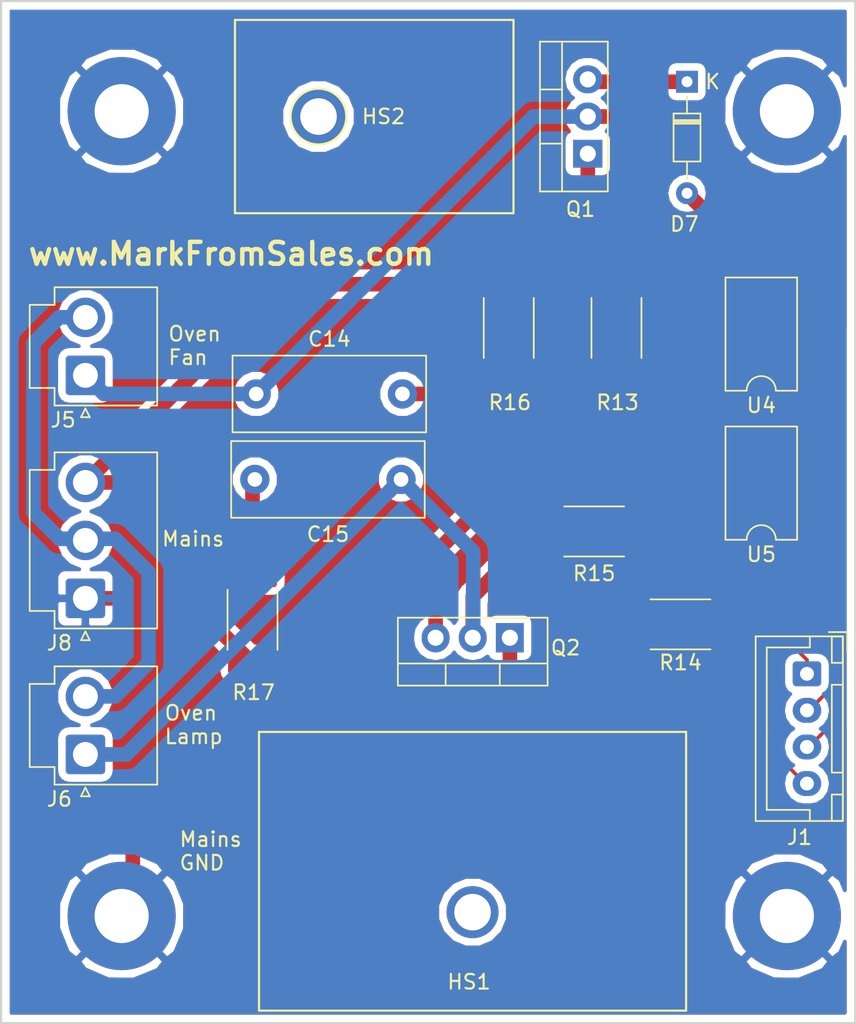
<source format=kicad_pcb>
(kicad_pcb (version 20171130) (host pcbnew "(5.0.2)-1")

  (general
    (thickness 1.6)
    (drawings 9)
    (tracks 87)
    (zones 0)
    (modules 22)
    (nets 18)
  )

  (page A4)
  (layers
    (0 F.Cu signal)
    (31 B.Cu signal)
    (32 B.Adhes user)
    (33 F.Adhes user)
    (34 B.Paste user)
    (35 F.Paste user)
    (36 B.SilkS user)
    (37 F.SilkS user)
    (38 B.Mask user)
    (39 F.Mask user)
    (40 Dwgs.User user)
    (41 Cmts.User user)
    (42 Eco1.User user)
    (43 Eco2.User user)
    (44 Edge.Cuts user)
    (45 Margin user)
    (46 B.CrtYd user)
    (47 F.CrtYd user)
    (48 B.Fab user)
    (49 F.Fab user hide)
  )

  (setup
    (last_trace_width 0.25)
    (trace_clearance 0.2)
    (zone_clearance 0.508)
    (zone_45_only no)
    (trace_min 0.2)
    (segment_width 0.2)
    (edge_width 0.15)
    (via_size 0.8)
    (via_drill 0.4)
    (via_min_size 0.4)
    (via_min_drill 0.3)
    (uvia_size 0.3)
    (uvia_drill 0.1)
    (uvias_allowed no)
    (uvia_min_size 0.2)
    (uvia_min_drill 0.1)
    (pcb_text_width 0.3)
    (pcb_text_size 1.5 1.5)
    (mod_edge_width 0.15)
    (mod_text_size 1 1)
    (mod_text_width 0.15)
    (pad_size 3.556 3.556)
    (pad_drill 2.5)
    (pad_to_mask_clearance 0.051)
    (solder_mask_min_width 0.25)
    (aux_axis_origin 0 0)
    (visible_elements 7FFFFFFF)
    (pcbplotparams
      (layerselection 0x330fc_ffffffff)
      (usegerberextensions false)
      (usegerberattributes false)
      (usegerberadvancedattributes false)
      (creategerberjobfile false)
      (excludeedgelayer true)
      (linewidth 0.100000)
      (plotframeref false)
      (viasonmask false)
      (mode 1)
      (useauxorigin false)
      (hpglpennumber 1)
      (hpglpenspeed 20)
      (hpglpendiameter 15.000000)
      (psnegative false)
      (psa4output false)
      (plotreference true)
      (plotvalue false)
      (plotinvisibletext false)
      (padsonsilk false)
      (subtractmaskfromsilk false)
      (outputformat 1)
      (mirror false)
      (drillshape 0)
      (scaleselection 1)
      (outputdirectory "Gerbers/"))
  )

  (net 0 "")
  (net 1 GND)
  (net 2 "Net-(D7-Pad2)")
  (net 3 "Net-(J5-Pad2)")
  (net 4 "Net-(C14-Pad2)")
  (net 5 "Net-(C14-Pad1)")
  (net 6 "Net-(C15-Pad1)")
  (net 7 "Net-(C15-Pad2)")
  (net 8 "Net-(D7-Pad1)")
  (net 9 "Net-(R13-Pad2)")
  (net 10 "Net-(R14-Pad2)")
  (net 11 "Net-(Q2-Pad3)")
  (net 12 "Net-(R14-Pad1)")
  (net 13 "Net-(J8-Pad3)")
  (net 14 "Net-(J1-Pad1)")
  (net 15 "Net-(J1-Pad2)")
  (net 16 "Net-(J1-Pad3)")
  (net 17 "Net-(J1-Pad4)")

  (net_class Default "This is the default net class."
    (clearance 0.2)
    (trace_width 0.25)
    (via_dia 0.8)
    (via_drill 0.4)
    (uvia_dia 0.3)
    (uvia_drill 0.1)
    (add_net GND)
    (add_net "Net-(J1-Pad1)")
    (add_net "Net-(J1-Pad2)")
    (add_net "Net-(J1-Pad3)")
    (add_net "Net-(J1-Pad4)")
  )

  (net_class Power_AC ""
    (clearance 0.5)
    (trace_width 1)
    (via_dia 0.8)
    (via_drill 0.4)
    (uvia_dia 0.3)
    (uvia_drill 0.1)
    (add_net "Net-(C14-Pad1)")
    (add_net "Net-(C14-Pad2)")
    (add_net "Net-(C15-Pad1)")
    (add_net "Net-(C15-Pad2)")
    (add_net "Net-(D7-Pad1)")
    (add_net "Net-(D7-Pad2)")
    (add_net "Net-(J5-Pad2)")
    (add_net "Net-(J8-Pad3)")
    (add_net "Net-(Q2-Pad3)")
    (add_net "Net-(R13-Pad2)")
    (add_net "Net-(R14-Pad1)")
    (add_net "Net-(R14-Pad2)")
  )

  (module Package_TO_SOT_THT:TO-220-3_Vertical (layer F.Cu) (tedit 5AC8BA0D) (tstamp 5C43A89E)
    (at 98.298 113.3602 180)
    (descr "TO-220-3, Vertical, RM 2.54mm, see https://www.vishay.com/docs/66542/to-220-1.pdf")
    (tags "TO-220-3 Vertical RM 2.54mm")
    (path /5C0E9877)
    (fp_text reference Q2 (at -3.81 -0.6858 180) (layer F.SilkS)
      (effects (font (size 1 1) (thickness 0.15)))
    )
    (fp_text value BT139-600 (at 2.54 2.5 180) (layer F.Fab)
      (effects (font (size 1 1) (thickness 0.15)))
    )
    (fp_text user %R (at 2.54 -4.27 180) (layer F.Fab)
      (effects (font (size 1 1) (thickness 0.15)))
    )
    (fp_line (start 7.79 -3.4) (end -2.71 -3.4) (layer F.CrtYd) (width 0.05))
    (fp_line (start 7.79 1.51) (end 7.79 -3.4) (layer F.CrtYd) (width 0.05))
    (fp_line (start -2.71 1.51) (end 7.79 1.51) (layer F.CrtYd) (width 0.05))
    (fp_line (start -2.71 -3.4) (end -2.71 1.51) (layer F.CrtYd) (width 0.05))
    (fp_line (start 4.391 -3.27) (end 4.391 -1.76) (layer F.SilkS) (width 0.12))
    (fp_line (start 0.69 -3.27) (end 0.69 -1.76) (layer F.SilkS) (width 0.12))
    (fp_line (start -2.58 -1.76) (end 7.66 -1.76) (layer F.SilkS) (width 0.12))
    (fp_line (start 7.66 -3.27) (end 7.66 1.371) (layer F.SilkS) (width 0.12))
    (fp_line (start -2.58 -3.27) (end -2.58 1.371) (layer F.SilkS) (width 0.12))
    (fp_line (start -2.58 1.371) (end 7.66 1.371) (layer F.SilkS) (width 0.12))
    (fp_line (start -2.58 -3.27) (end 7.66 -3.27) (layer F.SilkS) (width 0.12))
    (fp_line (start 4.39 -3.15) (end 4.39 -1.88) (layer F.Fab) (width 0.1))
    (fp_line (start 0.69 -3.15) (end 0.69 -1.88) (layer F.Fab) (width 0.1))
    (fp_line (start -2.46 -1.88) (end 7.54 -1.88) (layer F.Fab) (width 0.1))
    (fp_line (start 7.54 -3.15) (end -2.46 -3.15) (layer F.Fab) (width 0.1))
    (fp_line (start 7.54 1.25) (end 7.54 -3.15) (layer F.Fab) (width 0.1))
    (fp_line (start -2.46 1.25) (end 7.54 1.25) (layer F.Fab) (width 0.1))
    (fp_line (start -2.46 -3.15) (end -2.46 1.25) (layer F.Fab) (width 0.1))
    (pad 3 thru_hole oval (at 5.08 0 180) (size 1.905 2) (drill 1.1) (layers *.Cu *.Mask)
      (net 11 "Net-(Q2-Pad3)"))
    (pad 2 thru_hole oval (at 2.54 0 180) (size 1.905 2) (drill 1.1) (layers *.Cu *.Mask)
      (net 6 "Net-(C15-Pad1)"))
    (pad 1 thru_hole rect (at 0 0 180) (size 1.905 2) (drill 1.1) (layers *.Cu *.Mask)
      (net 13 "Net-(J8-Pad3)"))
    (model ${KISYS3DMOD}/Package_TO_SOT_THT.3dshapes/TO-220-3_Vertical.wrl
      (at (xyz 0 0 0))
      (scale (xyz 1 1 1))
      (rotate (xyz 0 0 0))
    )
  )

  (module Package_TO_SOT_THT:TO-220-3_Vertical (layer F.Cu) (tedit 5AC8BA0D) (tstamp 5C43A829)
    (at 103.62611 80.280272 90)
    (descr "TO-220-3, Vertical, RM 2.54mm, see https://www.vishay.com/docs/66542/to-220-1.pdf")
    (tags "TO-220-3 Vertical RM 2.54mm")
    (path /5C0E98CD)
    (fp_text reference Q1 (at -3.793728 -0.50211 -180) (layer F.SilkS)
      (effects (font (size 1 1) (thickness 0.15)))
    )
    (fp_text value BT139-600 (at 9.906 2.286 -180) (layer F.Fab)
      (effects (font (size 1 1) (thickness 0.15)))
    )
    (fp_text user %R (at 2.54 -4.27 90) (layer F.Fab)
      (effects (font (size 1 1) (thickness 0.15)))
    )
    (fp_line (start 7.79 -3.4) (end -2.71 -3.4) (layer F.CrtYd) (width 0.05))
    (fp_line (start 7.79 1.51) (end 7.79 -3.4) (layer F.CrtYd) (width 0.05))
    (fp_line (start -2.71 1.51) (end 7.79 1.51) (layer F.CrtYd) (width 0.05))
    (fp_line (start -2.71 -3.4) (end -2.71 1.51) (layer F.CrtYd) (width 0.05))
    (fp_line (start 4.391 -3.27) (end 4.391 -1.76) (layer F.SilkS) (width 0.12))
    (fp_line (start 0.69 -3.27) (end 0.69 -1.76) (layer F.SilkS) (width 0.12))
    (fp_line (start -2.58 -1.76) (end 7.66 -1.76) (layer F.SilkS) (width 0.12))
    (fp_line (start 7.66 -3.27) (end 7.66 1.371) (layer F.SilkS) (width 0.12))
    (fp_line (start -2.58 -3.27) (end -2.58 1.371) (layer F.SilkS) (width 0.12))
    (fp_line (start -2.58 1.371) (end 7.66 1.371) (layer F.SilkS) (width 0.12))
    (fp_line (start -2.58 -3.27) (end 7.66 -3.27) (layer F.SilkS) (width 0.12))
    (fp_line (start 4.39 -3.15) (end 4.39 -1.88) (layer F.Fab) (width 0.1))
    (fp_line (start 0.69 -3.15) (end 0.69 -1.88) (layer F.Fab) (width 0.1))
    (fp_line (start -2.46 -1.88) (end 7.54 -1.88) (layer F.Fab) (width 0.1))
    (fp_line (start 7.54 -3.15) (end -2.46 -3.15) (layer F.Fab) (width 0.1))
    (fp_line (start 7.54 1.25) (end 7.54 -3.15) (layer F.Fab) (width 0.1))
    (fp_line (start -2.46 1.25) (end 7.54 1.25) (layer F.Fab) (width 0.1))
    (fp_line (start -2.46 -3.15) (end -2.46 1.25) (layer F.Fab) (width 0.1))
    (pad 3 thru_hole oval (at 5.08 0 90) (size 1.905 2) (drill 1.1) (layers *.Cu *.Mask)
      (net 8 "Net-(D7-Pad1)"))
    (pad 2 thru_hole oval (at 2.54 0 90) (size 1.905 2) (drill 1.1) (layers *.Cu *.Mask)
      (net 5 "Net-(C14-Pad1)"))
    (pad 1 thru_hole rect (at 0 0 90) (size 1.905 2) (drill 1.1) (layers *.Cu *.Mask)
      (net 13 "Net-(J8-Pad3)"))
    (model ${KISYS3DMOD}/Package_TO_SOT_THT.3dshapes/TO-220-3_Vertical.wrl
      (at (xyz 0 0 0))
      (scale (xyz 1 1 1))
      (rotate (xyz 0 0 0))
    )
  )

  (module Capacitor_THT:C_Rect_L13.0mm_W5.0mm_P10.00mm_FKS3_FKP3_MKS4 (layer F.Cu) (tedit 5AE50EF0) (tstamp 5C43A7BC)
    (at 80.9498 96.6978)
    (descr "C, Rect series, Radial, pin pitch=10.00mm, , length*width=13*5mm^2, Capacitor, http://www.wima.com/EN/WIMA_FKS_3.pdf, http://www.wima.com/EN/WIMA_MKS_4.pdf")
    (tags "C Rect series Radial pin pitch 10.00mm  length 13mm width 5mm Capacitor")
    (path /5C0EB15F)
    (fp_text reference C14 (at 5 -3.75) (layer F.SilkS)
      (effects (font (size 1 1) (thickness 0.15)))
    )
    (fp_text value 0.1u (at 5 3.75) (layer F.Fab)
      (effects (font (size 1 1) (thickness 0.15)))
    )
    (fp_text user %R (at 5 0) (layer F.Fab)
      (effects (font (size 1 1) (thickness 0.15)))
    )
    (fp_line (start 11.75 -2.75) (end -1.75 -2.75) (layer F.CrtYd) (width 0.05))
    (fp_line (start 11.75 2.75) (end 11.75 -2.75) (layer F.CrtYd) (width 0.05))
    (fp_line (start -1.75 2.75) (end 11.75 2.75) (layer F.CrtYd) (width 0.05))
    (fp_line (start -1.75 -2.75) (end -1.75 2.75) (layer F.CrtYd) (width 0.05))
    (fp_line (start 11.62 -2.62) (end 11.62 2.62) (layer F.SilkS) (width 0.12))
    (fp_line (start -1.62 -2.62) (end -1.62 2.62) (layer F.SilkS) (width 0.12))
    (fp_line (start -1.62 2.62) (end 11.62 2.62) (layer F.SilkS) (width 0.12))
    (fp_line (start -1.62 -2.62) (end 11.62 -2.62) (layer F.SilkS) (width 0.12))
    (fp_line (start 11.5 -2.5) (end -1.5 -2.5) (layer F.Fab) (width 0.1))
    (fp_line (start 11.5 2.5) (end 11.5 -2.5) (layer F.Fab) (width 0.1))
    (fp_line (start -1.5 2.5) (end 11.5 2.5) (layer F.Fab) (width 0.1))
    (fp_line (start -1.5 -2.5) (end -1.5 2.5) (layer F.Fab) (width 0.1))
    (pad 2 thru_hole circle (at 10 0) (size 2 2) (drill 1) (layers *.Cu *.Mask)
      (net 4 "Net-(C14-Pad2)"))
    (pad 1 thru_hole circle (at 0 0) (size 2 2) (drill 1) (layers *.Cu *.Mask)
      (net 5 "Net-(C14-Pad1)"))
    (model ${KISYS3DMOD}/Capacitor_THT.3dshapes/C_Rect_L13.0mm_W5.0mm_P10.00mm_FKS3_FKP3_MKS4.wrl
      (at (xyz 0 0 0))
      (scale (xyz 1 1 1))
      (rotate (xyz 0 0 0))
    )
  )

  (module Capacitor_THT:C_Rect_L13.0mm_W5.0mm_P10.00mm_FKS3_FKP3_MKS4 (layer F.Cu) (tedit 5AE50EF0) (tstamp 5C43A786)
    (at 90.8558 102.5398 180)
    (descr "C, Rect series, Radial, pin pitch=10.00mm, , length*width=13*5mm^2, Capacitor, http://www.wima.com/EN/WIMA_FKS_3.pdf, http://www.wima.com/EN/WIMA_MKS_4.pdf")
    (tags "C Rect series Radial pin pitch 10.00mm  length 13mm width 5mm Capacitor")
    (path /5C0E9934)
    (fp_text reference C15 (at 5 -3.75 180) (layer F.SilkS)
      (effects (font (size 1 1) (thickness 0.15)))
    )
    (fp_text value 0.1u (at 5 3.75 180) (layer F.Fab)
      (effects (font (size 1 1) (thickness 0.15)))
    )
    (fp_text user %R (at 5 0 180) (layer F.Fab)
      (effects (font (size 1 1) (thickness 0.15)))
    )
    (fp_line (start 11.75 -2.75) (end -1.75 -2.75) (layer F.CrtYd) (width 0.05))
    (fp_line (start 11.75 2.75) (end 11.75 -2.75) (layer F.CrtYd) (width 0.05))
    (fp_line (start -1.75 2.75) (end 11.75 2.75) (layer F.CrtYd) (width 0.05))
    (fp_line (start -1.75 -2.75) (end -1.75 2.75) (layer F.CrtYd) (width 0.05))
    (fp_line (start 11.62 -2.62) (end 11.62 2.62) (layer F.SilkS) (width 0.12))
    (fp_line (start -1.62 -2.62) (end -1.62 2.62) (layer F.SilkS) (width 0.12))
    (fp_line (start -1.62 2.62) (end 11.62 2.62) (layer F.SilkS) (width 0.12))
    (fp_line (start -1.62 -2.62) (end 11.62 -2.62) (layer F.SilkS) (width 0.12))
    (fp_line (start 11.5 -2.5) (end -1.5 -2.5) (layer F.Fab) (width 0.1))
    (fp_line (start 11.5 2.5) (end 11.5 -2.5) (layer F.Fab) (width 0.1))
    (fp_line (start -1.5 2.5) (end 11.5 2.5) (layer F.Fab) (width 0.1))
    (fp_line (start -1.5 -2.5) (end -1.5 2.5) (layer F.Fab) (width 0.1))
    (pad 2 thru_hole circle (at 10 0 180) (size 2 2) (drill 1) (layers *.Cu *.Mask)
      (net 7 "Net-(C15-Pad2)"))
    (pad 1 thru_hole circle (at 0 0 180) (size 2 2) (drill 1) (layers *.Cu *.Mask)
      (net 6 "Net-(C15-Pad1)"))
    (model ${KISYS3DMOD}/Capacitor_THT.3dshapes/C_Rect_L13.0mm_W5.0mm_P10.00mm_FKS3_FKP3_MKS4.wrl
      (at (xyz 0 0 0))
      (scale (xyz 1 1 1))
      (rotate (xyz 0 0 0))
    )
  )

  (module Diode_THT:D_DO-34_SOD68_P7.62mm_Horizontal (layer F.Cu) (tedit 5AE50CD5) (tstamp 5C43A6DE)
    (at 110.4138 75.3618 270)
    (descr "Diode, DO-34_SOD68 series, Axial, Horizontal, pin pitch=7.62mm, , length*diameter=3.04*1.6mm^2, , https://www.nxp.com/docs/en/data-sheet/KTY83_SER.pdf")
    (tags "Diode DO-34_SOD68 series Axial Horizontal pin pitch 7.62mm  length 3.04mm diameter 1.6mm")
    (path /5C0EBA09)
    (fp_text reference D7 (at 9.7282 0.1778) (layer F.SilkS)
      (effects (font (size 1 1) (thickness 0.15)))
    )
    (fp_text value DIAC (at 3.81 1.92 270) (layer F.Fab)
      (effects (font (size 1 1) (thickness 0.15)))
    )
    (fp_text user K (at 0 -1.75) (layer F.SilkS)
      (effects (font (size 1 1) (thickness 0.15)))
    )
    (fp_text user K (at 0 -1.75 270) (layer F.Fab)
      (effects (font (size 1 1) (thickness 0.15)))
    )
    (fp_text user %R (at 4.038 0 270) (layer F.Fab)
      (effects (font (size 0.608 0.608) (thickness 0.0912)))
    )
    (fp_line (start 8.63 -1.05) (end -1 -1.05) (layer F.CrtYd) (width 0.05))
    (fp_line (start 8.63 1.05) (end 8.63 -1.05) (layer F.CrtYd) (width 0.05))
    (fp_line (start -1 1.05) (end 8.63 1.05) (layer F.CrtYd) (width 0.05))
    (fp_line (start -1 -1.05) (end -1 1.05) (layer F.CrtYd) (width 0.05))
    (fp_line (start 2.626 -0.92) (end 2.626 0.92) (layer F.SilkS) (width 0.12))
    (fp_line (start 2.866 -0.92) (end 2.866 0.92) (layer F.SilkS) (width 0.12))
    (fp_line (start 2.746 -0.92) (end 2.746 0.92) (layer F.SilkS) (width 0.12))
    (fp_line (start 6.63 0) (end 5.45 0) (layer F.SilkS) (width 0.12))
    (fp_line (start 0.99 0) (end 2.17 0) (layer F.SilkS) (width 0.12))
    (fp_line (start 5.45 -0.92) (end 2.17 -0.92) (layer F.SilkS) (width 0.12))
    (fp_line (start 5.45 0.92) (end 5.45 -0.92) (layer F.SilkS) (width 0.12))
    (fp_line (start 2.17 0.92) (end 5.45 0.92) (layer F.SilkS) (width 0.12))
    (fp_line (start 2.17 -0.92) (end 2.17 0.92) (layer F.SilkS) (width 0.12))
    (fp_line (start 2.646 -0.8) (end 2.646 0.8) (layer F.Fab) (width 0.1))
    (fp_line (start 2.846 -0.8) (end 2.846 0.8) (layer F.Fab) (width 0.1))
    (fp_line (start 2.746 -0.8) (end 2.746 0.8) (layer F.Fab) (width 0.1))
    (fp_line (start 7.62 0) (end 5.33 0) (layer F.Fab) (width 0.1))
    (fp_line (start 0 0) (end 2.29 0) (layer F.Fab) (width 0.1))
    (fp_line (start 5.33 -0.8) (end 2.29 -0.8) (layer F.Fab) (width 0.1))
    (fp_line (start 5.33 0.8) (end 5.33 -0.8) (layer F.Fab) (width 0.1))
    (fp_line (start 2.29 0.8) (end 5.33 0.8) (layer F.Fab) (width 0.1))
    (fp_line (start 2.29 -0.8) (end 2.29 0.8) (layer F.Fab) (width 0.1))
    (pad 2 thru_hole oval (at 7.62 0 270) (size 1.5 1.5) (drill 0.75) (layers *.Cu *.Mask)
      (net 2 "Net-(D7-Pad2)"))
    (pad 1 thru_hole rect (at 0 0 270) (size 1.5 1.5) (drill 0.75) (layers *.Cu *.Mask)
      (net 8 "Net-(D7-Pad1)"))
    (model ${KISYS3DMOD}/Diode_THT.3dshapes/D_DO-34_SOD68_P7.62mm_Horizontal.wrl
      (at (xyz 0 0 0))
      (scale (xyz 1 1 1))
      (rotate (xyz 0 0 0))
    )
  )

  (module Connector_JST:JST_VH_B2P-VH-B_1x02_P3.96mm_Vertical (layer F.Cu) (tedit 5B774DBC) (tstamp 5C43A738)
    (at 69.2658 95.4278 90)
    (descr "JST VH PBT series connector, B2P-VH-B (http://www.jst-mfg.com/product/pdf/eng/eVH.pdf), generated with kicad-footprint-generator")
    (tags "connector JST VH side entry")
    (path /5C0F2C3F)
    (fp_text reference J5 (at -3.048 -1.524 180) (layer F.SilkS)
      (effects (font (size 1 1) (thickness 0.15)))
    )
    (fp_text value OVEN_FAN_PWR (at 1.98 6 90) (layer F.Fab)
      (effects (font (size 1 1) (thickness 0.15)))
    )
    (fp_text user %R (at 1.98 4.1 90) (layer F.Fab)
      (effects (font (size 1 1) (thickness 0.15)))
    )
    (fp_line (start -2.86 -0.3) (end -2.26 0) (layer F.SilkS) (width 0.12))
    (fp_line (start -2.86 0.3) (end -2.86 -0.3) (layer F.SilkS) (width 0.12))
    (fp_line (start -2.26 0) (end -2.86 0.3) (layer F.SilkS) (width 0.12))
    (fp_line (start 6.02 4.91) (end -2.06 4.91) (layer F.SilkS) (width 0.12))
    (fp_line (start 6.02 -2.11) (end 6.02 4.91) (layer F.SilkS) (width 0.12))
    (fp_line (start 4.82 -2.11) (end 6.02 -2.11) (layer F.SilkS) (width 0.12))
    (fp_line (start 4.82 -3.81) (end 4.82 -2.11) (layer F.SilkS) (width 0.12))
    (fp_line (start -0.86 -3.81) (end 4.82 -3.81) (layer F.SilkS) (width 0.12))
    (fp_line (start -0.86 -2.11) (end -0.86 -3.81) (layer F.SilkS) (width 0.12))
    (fp_line (start -2.06 -2.11) (end -0.86 -2.11) (layer F.SilkS) (width 0.12))
    (fp_line (start -2.06 4.91) (end -2.06 -2.11) (layer F.SilkS) (width 0.12))
    (fp_line (start 6.41 -4.2) (end -2.45 -4.2) (layer F.CrtYd) (width 0.05))
    (fp_line (start 6.41 5.3) (end 6.41 -4.2) (layer F.CrtYd) (width 0.05))
    (fp_line (start -2.45 5.3) (end 6.41 5.3) (layer F.CrtYd) (width 0.05))
    (fp_line (start -2.45 -4.2) (end -2.45 5.3) (layer F.CrtYd) (width 0.05))
    (fp_line (start -1.95 1) (end -0.95 0) (layer F.Fab) (width 0.1))
    (fp_line (start -1.95 -1) (end -0.95 0) (layer F.Fab) (width 0.1))
    (fp_line (start 4.71 -3.7) (end 4.71 -2) (layer F.Fab) (width 0.1))
    (fp_line (start -0.75 -3.7) (end 4.71 -3.7) (layer F.Fab) (width 0.1))
    (fp_line (start -0.75 -2) (end -0.75 -3.7) (layer F.Fab) (width 0.1))
    (fp_line (start 5.91 -2) (end -1.95 -2) (layer F.Fab) (width 0.1))
    (fp_line (start 5.91 4.8) (end 5.91 -2) (layer F.Fab) (width 0.1))
    (fp_line (start -1.95 4.8) (end 5.91 4.8) (layer F.Fab) (width 0.1))
    (fp_line (start -1.95 -2) (end -1.95 4.8) (layer F.Fab) (width 0.1))
    (pad 2 thru_hole circle (at 3.96 0 90) (size 2.7 2.7) (drill 1.7) (layers *.Cu *.Mask)
      (net 3 "Net-(J5-Pad2)"))
    (pad 1 thru_hole roundrect (at 0 0 90) (size 2.7 2.7) (drill 1.7) (layers *.Cu *.Mask) (roundrect_rratio 0.09259299999999999)
      (net 5 "Net-(C14-Pad1)"))
    (model ${KISYS3DMOD}/Connector_JST.3dshapes/JST_VH_B2P-VH-B_1x02_P3.96mm_Vertical.wrl
      (at (xyz 0 0 0))
      (scale (xyz 1 1 1))
      (rotate (xyz 0 0 0))
    )
  )

  (module Connector_JST:JST_VH_B2P-VH-B_1x02_P3.96mm_Vertical (layer F.Cu) (tedit 5B774DBC) (tstamp 5C43A684)
    (at 69.2658 121.3358 90)
    (descr "JST VH PBT series connector, B2P-VH-B (http://www.jst-mfg.com/product/pdf/eng/eVH.pdf), generated with kicad-footprint-generator")
    (tags "connector JST VH side entry")
    (path /5C0EF69E)
    (fp_text reference J6 (at -3.048 -1.778 180) (layer F.SilkS)
      (effects (font (size 1 1) (thickness 0.15)))
    )
    (fp_text value OVEN_LMP_PWR (at 1.98 6 90) (layer F.Fab)
      (effects (font (size 1 1) (thickness 0.15)))
    )
    (fp_text user %R (at 1.98 4.1 90) (layer F.Fab)
      (effects (font (size 1 1) (thickness 0.15)))
    )
    (fp_line (start -2.86 -0.3) (end -2.26 0) (layer F.SilkS) (width 0.12))
    (fp_line (start -2.86 0.3) (end -2.86 -0.3) (layer F.SilkS) (width 0.12))
    (fp_line (start -2.26 0) (end -2.86 0.3) (layer F.SilkS) (width 0.12))
    (fp_line (start 6.02 4.91) (end -2.06 4.91) (layer F.SilkS) (width 0.12))
    (fp_line (start 6.02 -2.11) (end 6.02 4.91) (layer F.SilkS) (width 0.12))
    (fp_line (start 4.82 -2.11) (end 6.02 -2.11) (layer F.SilkS) (width 0.12))
    (fp_line (start 4.82 -3.81) (end 4.82 -2.11) (layer F.SilkS) (width 0.12))
    (fp_line (start -0.86 -3.81) (end 4.82 -3.81) (layer F.SilkS) (width 0.12))
    (fp_line (start -0.86 -2.11) (end -0.86 -3.81) (layer F.SilkS) (width 0.12))
    (fp_line (start -2.06 -2.11) (end -0.86 -2.11) (layer F.SilkS) (width 0.12))
    (fp_line (start -2.06 4.91) (end -2.06 -2.11) (layer F.SilkS) (width 0.12))
    (fp_line (start 6.41 -4.2) (end -2.45 -4.2) (layer F.CrtYd) (width 0.05))
    (fp_line (start 6.41 5.3) (end 6.41 -4.2) (layer F.CrtYd) (width 0.05))
    (fp_line (start -2.45 5.3) (end 6.41 5.3) (layer F.CrtYd) (width 0.05))
    (fp_line (start -2.45 -4.2) (end -2.45 5.3) (layer F.CrtYd) (width 0.05))
    (fp_line (start -1.95 1) (end -0.95 0) (layer F.Fab) (width 0.1))
    (fp_line (start -1.95 -1) (end -0.95 0) (layer F.Fab) (width 0.1))
    (fp_line (start 4.71 -3.7) (end 4.71 -2) (layer F.Fab) (width 0.1))
    (fp_line (start -0.75 -3.7) (end 4.71 -3.7) (layer F.Fab) (width 0.1))
    (fp_line (start -0.75 -2) (end -0.75 -3.7) (layer F.Fab) (width 0.1))
    (fp_line (start 5.91 -2) (end -1.95 -2) (layer F.Fab) (width 0.1))
    (fp_line (start 5.91 4.8) (end 5.91 -2) (layer F.Fab) (width 0.1))
    (fp_line (start -1.95 4.8) (end 5.91 4.8) (layer F.Fab) (width 0.1))
    (fp_line (start -1.95 -2) (end -1.95 4.8) (layer F.Fab) (width 0.1))
    (pad 2 thru_hole circle (at 3.96 0 90) (size 2.7 2.7) (drill 1.7) (layers *.Cu *.Mask)
      (net 3 "Net-(J5-Pad2)"))
    (pad 1 thru_hole roundrect (at 0 0 90) (size 2.7 2.7) (drill 1.7) (layers *.Cu *.Mask) (roundrect_rratio 0.09259299999999999)
      (net 6 "Net-(C15-Pad1)"))
    (model ${KISYS3DMOD}/Connector_JST.3dshapes/JST_VH_B2P-VH-B_1x02_P3.96mm_Vertical.wrl
      (at (xyz 0 0 0))
      (scale (xyz 1 1 1))
      (rotate (xyz 0 0 0))
    )
  )

  (module Connector_JST:JST_VH_B3P-VH-B_1x03_P3.96mm_Vertical (layer F.Cu) (tedit 5B774DBC) (tstamp 5C43A628)
    (at 69.2658 110.6678 90)
    (descr "JST VH PBT series connector, B3P-VH-B (http://www.jst-mfg.com/product/pdf/eng/eVH.pdf), generated with kicad-footprint-generator")
    (tags "connector JST VH side entry")
    (path /5C0EF790)
    (fp_text reference J8 (at -3.048 -1.778 180) (layer F.SilkS)
      (effects (font (size 1 1) (thickness 0.15)))
    )
    (fp_text value 110VAC_IN (at 3.96 6 90) (layer F.Fab)
      (effects (font (size 1 1) (thickness 0.15)))
    )
    (fp_text user %R (at 3.96 4.1 90) (layer F.Fab)
      (effects (font (size 1 1) (thickness 0.15)))
    )
    (fp_line (start -2.86 -0.3) (end -2.26 0) (layer F.SilkS) (width 0.12))
    (fp_line (start -2.86 0.3) (end -2.86 -0.3) (layer F.SilkS) (width 0.12))
    (fp_line (start -2.26 0) (end -2.86 0.3) (layer F.SilkS) (width 0.12))
    (fp_line (start 9.98 4.91) (end -2.06 4.91) (layer F.SilkS) (width 0.12))
    (fp_line (start 9.98 -2.11) (end 9.98 4.91) (layer F.SilkS) (width 0.12))
    (fp_line (start 8.78 -2.11) (end 9.98 -2.11) (layer F.SilkS) (width 0.12))
    (fp_line (start 8.78 -3.81) (end 8.78 -2.11) (layer F.SilkS) (width 0.12))
    (fp_line (start -0.86 -3.81) (end 8.78 -3.81) (layer F.SilkS) (width 0.12))
    (fp_line (start -0.86 -2.11) (end -0.86 -3.81) (layer F.SilkS) (width 0.12))
    (fp_line (start -2.06 -2.11) (end -0.86 -2.11) (layer F.SilkS) (width 0.12))
    (fp_line (start -2.06 4.91) (end -2.06 -2.11) (layer F.SilkS) (width 0.12))
    (fp_line (start 10.37 -4.2) (end -2.45 -4.2) (layer F.CrtYd) (width 0.05))
    (fp_line (start 10.37 5.3) (end 10.37 -4.2) (layer F.CrtYd) (width 0.05))
    (fp_line (start -2.45 5.3) (end 10.37 5.3) (layer F.CrtYd) (width 0.05))
    (fp_line (start -2.45 -4.2) (end -2.45 5.3) (layer F.CrtYd) (width 0.05))
    (fp_line (start -1.95 1) (end -0.95 0) (layer F.Fab) (width 0.1))
    (fp_line (start -1.95 -1) (end -0.95 0) (layer F.Fab) (width 0.1))
    (fp_line (start 8.67 -3.7) (end 8.67 -2) (layer F.Fab) (width 0.1))
    (fp_line (start -0.75 -3.7) (end 8.67 -3.7) (layer F.Fab) (width 0.1))
    (fp_line (start -0.75 -2) (end -0.75 -3.7) (layer F.Fab) (width 0.1))
    (fp_line (start 9.87 -2) (end -1.95 -2) (layer F.Fab) (width 0.1))
    (fp_line (start 9.87 4.8) (end 9.87 -2) (layer F.Fab) (width 0.1))
    (fp_line (start -1.95 4.8) (end 9.87 4.8) (layer F.Fab) (width 0.1))
    (fp_line (start -1.95 -2) (end -1.95 4.8) (layer F.Fab) (width 0.1))
    (pad 3 thru_hole circle (at 7.92 0 90) (size 2.7 2.7) (drill 1.7) (layers *.Cu *.Mask)
      (net 13 "Net-(J8-Pad3)"))
    (pad 2 thru_hole circle (at 3.96 0 90) (size 2.7 2.7) (drill 1.7) (layers *.Cu *.Mask)
      (net 3 "Net-(J5-Pad2)"))
    (pad 1 thru_hole roundrect (at 0 0 90) (size 2.7 2.7) (drill 1.7) (layers *.Cu *.Mask) (roundrect_rratio 0.09259299999999999)
      (net 1 GND))
    (model ${KISYS3DMOD}/Connector_JST.3dshapes/JST_VH_B3P-VH-B_1x03_P3.96mm_Vertical.wrl
      (at (xyz 0 0 0))
      (scale (xyz 1 1 1))
      (rotate (xyz 0 0 0))
    )
  )

  (module Resistor_SMD:R_2512_6332Metric_Pad1.52x3.35mm_HandSolder (layer F.Cu) (tedit 5B301BBD) (tstamp 5C507290)
    (at 105.5878 92.1863 270)
    (descr "Resistor SMD 2512 (6332 Metric), square (rectangular) end terminal, IPC_7351 nominal with elongated pad for handsoldering. (Body size source: http://www.tortai-tech.com/upload/download/2011102023233369053.pdf), generated with kicad-footprint-generator")
    (tags "resistor handsolder")
    (path /5C0EB384)
    (attr smd)
    (fp_text reference R13 (at 5.0957 -0.0762) (layer F.SilkS)
      (effects (font (size 1 1) (thickness 0.15)))
    )
    (fp_text value 300 (at 0 2.62 270) (layer F.Fab)
      (effects (font (size 1 1) (thickness 0.15)))
    )
    (fp_text user %R (at 0 0 270) (layer F.Fab)
      (effects (font (size 1 1) (thickness 0.15)))
    )
    (fp_line (start 4 1.92) (end -4 1.92) (layer F.CrtYd) (width 0.05))
    (fp_line (start 4 -1.92) (end 4 1.92) (layer F.CrtYd) (width 0.05))
    (fp_line (start -4 -1.92) (end 4 -1.92) (layer F.CrtYd) (width 0.05))
    (fp_line (start -4 1.92) (end -4 -1.92) (layer F.CrtYd) (width 0.05))
    (fp_line (start -2.052064 1.71) (end 2.052064 1.71) (layer F.SilkS) (width 0.12))
    (fp_line (start -2.052064 -1.71) (end 2.052064 -1.71) (layer F.SilkS) (width 0.12))
    (fp_line (start 3.15 1.6) (end -3.15 1.6) (layer F.Fab) (width 0.1))
    (fp_line (start 3.15 -1.6) (end 3.15 1.6) (layer F.Fab) (width 0.1))
    (fp_line (start -3.15 -1.6) (end 3.15 -1.6) (layer F.Fab) (width 0.1))
    (fp_line (start -3.15 1.6) (end -3.15 -1.6) (layer F.Fab) (width 0.1))
    (pad 2 smd roundrect (at 2.9875 0 270) (size 1.525 3.35) (layers F.Cu F.Paste F.Mask) (roundrect_rratio 0.163934)
      (net 9 "Net-(R13-Pad2)"))
    (pad 1 smd roundrect (at -2.9875 0 270) (size 1.525 3.35) (layers F.Cu F.Paste F.Mask) (roundrect_rratio 0.163934)
      (net 5 "Net-(C14-Pad1)"))
    (model ${KISYS3DMOD}/Resistor_SMD.3dshapes/R_2512_6332Metric.wrl
      (at (xyz 0 0 0))
      (scale (xyz 1 1 1))
      (rotate (xyz 0 0 0))
    )
  )

  (module Resistor_SMD:R_2512_6332Metric_Pad1.52x3.35mm_HandSolder (layer F.Cu) (tedit 5B301BBD) (tstamp 5C43A4AE)
    (at 109.9663 112.4458)
    (descr "Resistor SMD 2512 (6332 Metric), square (rectangular) end terminal, IPC_7351 nominal with elongated pad for handsoldering. (Body size source: http://www.tortai-tech.com/upload/download/2011102023233369053.pdf), generated with kicad-footprint-generator")
    (tags "resistor handsolder")
    (path /5C0EB205)
    (attr smd)
    (fp_text reference R14 (at 0 2.6162) (layer F.SilkS)
      (effects (font (size 1 1) (thickness 0.15)))
    )
    (fp_text value 300 (at 0 2.62) (layer F.Fab)
      (effects (font (size 1 1) (thickness 0.15)))
    )
    (fp_text user %R (at 0 0) (layer F.Fab)
      (effects (font (size 1 1) (thickness 0.15)))
    )
    (fp_line (start 4 1.92) (end -4 1.92) (layer F.CrtYd) (width 0.05))
    (fp_line (start 4 -1.92) (end 4 1.92) (layer F.CrtYd) (width 0.05))
    (fp_line (start -4 -1.92) (end 4 -1.92) (layer F.CrtYd) (width 0.05))
    (fp_line (start -4 1.92) (end -4 -1.92) (layer F.CrtYd) (width 0.05))
    (fp_line (start -2.052064 1.71) (end 2.052064 1.71) (layer F.SilkS) (width 0.12))
    (fp_line (start -2.052064 -1.71) (end 2.052064 -1.71) (layer F.SilkS) (width 0.12))
    (fp_line (start 3.15 1.6) (end -3.15 1.6) (layer F.Fab) (width 0.1))
    (fp_line (start 3.15 -1.6) (end 3.15 1.6) (layer F.Fab) (width 0.1))
    (fp_line (start -3.15 -1.6) (end 3.15 -1.6) (layer F.Fab) (width 0.1))
    (fp_line (start -3.15 1.6) (end -3.15 -1.6) (layer F.Fab) (width 0.1))
    (pad 2 smd roundrect (at 2.9875 0) (size 1.525 3.35) (layers F.Cu F.Paste F.Mask) (roundrect_rratio 0.163934)
      (net 10 "Net-(R14-Pad2)"))
    (pad 1 smd roundrect (at -2.9875 0) (size 1.525 3.35) (layers F.Cu F.Paste F.Mask) (roundrect_rratio 0.163934)
      (net 12 "Net-(R14-Pad1)"))
    (model ${KISYS3DMOD}/Resistor_SMD.3dshapes/R_2512_6332Metric.wrl
      (at (xyz 0 0 0))
      (scale (xyz 1 1 1))
      (rotate (xyz 0 0 0))
    )
  )

  (module Resistor_SMD:R_2512_6332Metric_Pad1.52x3.35mm_HandSolder (layer F.Cu) (tedit 5B301BBD) (tstamp 5C43A50E)
    (at 104.0638 106.0958)
    (descr "Resistor SMD 2512 (6332 Metric), square (rectangular) end terminal, IPC_7351 nominal with elongated pad for handsoldering. (Body size source: http://www.tortai-tech.com/upload/download/2011102023233369053.pdf), generated with kicad-footprint-generator")
    (tags "resistor handsolder")
    (path /5C0EB702)
    (attr smd)
    (fp_text reference R15 (at 0 2.8702) (layer F.SilkS)
      (effects (font (size 1 1) (thickness 0.15)))
    )
    (fp_text value 2.4k (at 0 2.62) (layer F.Fab)
      (effects (font (size 1 1) (thickness 0.15)))
    )
    (fp_text user %R (at 0 0) (layer F.Fab)
      (effects (font (size 1 1) (thickness 0.15)))
    )
    (fp_line (start 4 1.92) (end -4 1.92) (layer F.CrtYd) (width 0.05))
    (fp_line (start 4 -1.92) (end 4 1.92) (layer F.CrtYd) (width 0.05))
    (fp_line (start -4 -1.92) (end 4 -1.92) (layer F.CrtYd) (width 0.05))
    (fp_line (start -4 1.92) (end -4 -1.92) (layer F.CrtYd) (width 0.05))
    (fp_line (start -2.052064 1.71) (end 2.052064 1.71) (layer F.SilkS) (width 0.12))
    (fp_line (start -2.052064 -1.71) (end 2.052064 -1.71) (layer F.SilkS) (width 0.12))
    (fp_line (start 3.15 1.6) (end -3.15 1.6) (layer F.Fab) (width 0.1))
    (fp_line (start 3.15 -1.6) (end 3.15 1.6) (layer F.Fab) (width 0.1))
    (fp_line (start -3.15 -1.6) (end 3.15 -1.6) (layer F.Fab) (width 0.1))
    (fp_line (start -3.15 1.6) (end -3.15 -1.6) (layer F.Fab) (width 0.1))
    (pad 2 smd roundrect (at 2.9875 0) (size 1.525 3.35) (layers F.Cu F.Paste F.Mask) (roundrect_rratio 0.163934)
      (net 12 "Net-(R14-Pad1)"))
    (pad 1 smd roundrect (at -2.9875 0) (size 1.525 3.35) (layers F.Cu F.Paste F.Mask) (roundrect_rratio 0.163934)
      (net 6 "Net-(C15-Pad1)"))
    (model ${KISYS3DMOD}/Resistor_SMD.3dshapes/R_2512_6332Metric.wrl
      (at (xyz 0 0 0))
      (scale (xyz 1 1 1))
      (rotate (xyz 0 0 0))
    )
  )

  (module Resistor_SMD:R_2512_6332Metric_Pad1.52x3.35mm_HandSolder (layer F.Cu) (tedit 5B301BBD) (tstamp 5C43A394)
    (at 98.2218 92.1863 90)
    (descr "Resistor SMD 2512 (6332 Metric), square (rectangular) end terminal, IPC_7351 nominal with elongated pad for handsoldering. (Body size source: http://www.tortai-tech.com/upload/download/2011102023233369053.pdf), generated with kicad-footprint-generator")
    (tags "resistor handsolder")
    (path /5C0EB3D0)
    (attr smd)
    (fp_text reference R16 (at -5.0957 0.0762 180) (layer F.SilkS)
      (effects (font (size 1 1) (thickness 0.15)))
    )
    (fp_text value 300 (at 0 2.62 90) (layer F.Fab)
      (effects (font (size 1 1) (thickness 0.15)))
    )
    (fp_text user %R (at 0 0 90) (layer F.Fab)
      (effects (font (size 1 1) (thickness 0.15)))
    )
    (fp_line (start 4 1.92) (end -4 1.92) (layer F.CrtYd) (width 0.05))
    (fp_line (start 4 -1.92) (end 4 1.92) (layer F.CrtYd) (width 0.05))
    (fp_line (start -4 -1.92) (end 4 -1.92) (layer F.CrtYd) (width 0.05))
    (fp_line (start -4 1.92) (end -4 -1.92) (layer F.CrtYd) (width 0.05))
    (fp_line (start -2.052064 1.71) (end 2.052064 1.71) (layer F.SilkS) (width 0.12))
    (fp_line (start -2.052064 -1.71) (end 2.052064 -1.71) (layer F.SilkS) (width 0.12))
    (fp_line (start 3.15 1.6) (end -3.15 1.6) (layer F.Fab) (width 0.1))
    (fp_line (start 3.15 -1.6) (end 3.15 1.6) (layer F.Fab) (width 0.1))
    (fp_line (start -3.15 -1.6) (end 3.15 -1.6) (layer F.Fab) (width 0.1))
    (fp_line (start -3.15 1.6) (end -3.15 -1.6) (layer F.Fab) (width 0.1))
    (pad 2 smd roundrect (at 2.9875 0 90) (size 1.525 3.35) (layers F.Cu F.Paste F.Mask) (roundrect_rratio 0.163934)
      (net 13 "Net-(J8-Pad3)"))
    (pad 1 smd roundrect (at -2.9875 0 90) (size 1.525 3.35) (layers F.Cu F.Paste F.Mask) (roundrect_rratio 0.163934)
      (net 4 "Net-(C14-Pad2)"))
    (model ${KISYS3DMOD}/Resistor_SMD.3dshapes/R_2512_6332Metric.wrl
      (at (xyz 0 0 0))
      (scale (xyz 1 1 1))
      (rotate (xyz 0 0 0))
    )
  )

  (module Resistor_SMD:R_2512_6332Metric_Pad1.52x3.35mm_HandSolder (layer F.Cu) (tedit 5B301BBD) (tstamp 5C43A4DE)
    (at 80.6958 112.1313 270)
    (descr "Resistor SMD 2512 (6332 Metric), square (rectangular) end terminal, IPC_7351 nominal with elongated pad for handsoldering. (Body size source: http://www.tortai-tech.com/upload/download/2011102023233369053.pdf), generated with kicad-footprint-generator")
    (tags "resistor handsolder")
    (path /5C0EB342)
    (attr smd)
    (fp_text reference R17 (at 4.9627 -0.0762) (layer F.SilkS)
      (effects (font (size 1 1) (thickness 0.15)))
    )
    (fp_text value 300 (at 0 2.62 270) (layer F.Fab)
      (effects (font (size 1 1) (thickness 0.15)))
    )
    (fp_text user %R (at 0 0 270) (layer F.Fab)
      (effects (font (size 1 1) (thickness 0.15)))
    )
    (fp_line (start 4 1.92) (end -4 1.92) (layer F.CrtYd) (width 0.05))
    (fp_line (start 4 -1.92) (end 4 1.92) (layer F.CrtYd) (width 0.05))
    (fp_line (start -4 -1.92) (end 4 -1.92) (layer F.CrtYd) (width 0.05))
    (fp_line (start -4 1.92) (end -4 -1.92) (layer F.CrtYd) (width 0.05))
    (fp_line (start -2.052064 1.71) (end 2.052064 1.71) (layer F.SilkS) (width 0.12))
    (fp_line (start -2.052064 -1.71) (end 2.052064 -1.71) (layer F.SilkS) (width 0.12))
    (fp_line (start 3.15 1.6) (end -3.15 1.6) (layer F.Fab) (width 0.1))
    (fp_line (start 3.15 -1.6) (end 3.15 1.6) (layer F.Fab) (width 0.1))
    (fp_line (start -3.15 -1.6) (end 3.15 -1.6) (layer F.Fab) (width 0.1))
    (fp_line (start -3.15 1.6) (end -3.15 -1.6) (layer F.Fab) (width 0.1))
    (pad 2 smd roundrect (at 2.9875 0 270) (size 1.525 3.35) (layers F.Cu F.Paste F.Mask) (roundrect_rratio 0.163934)
      (net 13 "Net-(J8-Pad3)"))
    (pad 1 smd roundrect (at -2.9875 0 270) (size 1.525 3.35) (layers F.Cu F.Paste F.Mask) (roundrect_rratio 0.163934)
      (net 7 "Net-(C15-Pad2)"))
    (model ${KISYS3DMOD}/Resistor_SMD.3dshapes/R_2512_6332Metric.wrl
      (at (xyz 0 0 0))
      (scale (xyz 1 1 1))
      (rotate (xyz 0 0 0))
    )
  )

  (module MarkFromSales:Heatsink_TO-220_7-340-1PP-BA (layer F.Cu) (tedit 5C439697) (tstamp 5C43A3C0)
    (at 95.758 132.0546 180)
    (path /5C11528A)
    (fp_text reference HS1 (at 0.254 -4.826 180) (layer F.SilkS)
      (effects (font (size 1 1) (thickness 0.15)))
    )
    (fp_text value Heatsink (at 0 10.541 180) (layer F.Fab)
      (effects (font (size 1 1) (thickness 0.15)))
    )
    (fp_line (start -15.24 12.7) (end -15.24 -7.239) (layer F.CrtYd) (width 0.15))
    (fp_line (start 15.24 -7.3025) (end 15.24 12.7) (layer F.CrtYd) (width 0.15))
    (fp_line (start 15.24 -7.3025) (end -15.24 -7.3025) (layer F.CrtYd) (width 0.15))
    (fp_line (start 15.24 12.7) (end -15.24 12.7) (layer F.CrtYd) (width 0.15))
    (fp_line (start 14.616239 -6.790849) (end 14.616239 12.259151) (layer F.SilkS) (width 0.15))
    (fp_line (start -14.593761 12.259151) (end -14.593761 -6.790849) (layer F.SilkS) (width 0.15))
    (fp_line (start 14.616239 12.259151) (end -14.593761 12.259151) (layer F.SilkS) (width 0.15))
    (fp_line (start 14.616239 -6.790849) (end -14.593761 -6.790849) (layer F.SilkS) (width 0.15))
    (pad "" np_thru_hole circle (at 0.011239 -0.059849 270) (size 3.556 3.556) (drill 2.5) (layers *.Cu *.Mask))
  )

  (module MarkFromSales:Heatsink_TO-220_ATS-PCB1070 (layer F.Cu) (tedit 5C43968E) (tstamp 5C43A36A)
    (at 98.54611 71.136272 180)
    (path /5C1151B8)
    (fp_text reference HS2 (at 8.89 -6.604 180) (layer F.SilkS)
      (effects (font (size 1 1) (thickness 0.15)))
    )
    (fp_text value Heatsink (at 10.16 -14.859 180) (layer F.Fab)
      (effects (font (size 1 1) (thickness 0.15)))
    )
    (fp_line (start 19.685 -13.97) (end -0.635 -13.97) (layer F.CrtYd) (width 0.15))
    (fp_line (start 19.685 0.635) (end 19.685 -13.97) (layer F.CrtYd) (width 0.15))
    (fp_line (start -0.635 0.635) (end 19.685 0.635) (layer F.CrtYd) (width 0.15))
    (fp_line (start -0.635 -13.97) (end -0.635 0.635) (layer F.CrtYd) (width 0.15))
    (fp_circle (center 13.34 -6.605) (end 15.245 -6.605) (layer F.SilkS) (width 0.15))
    (fp_line (start 19.05 -13.208) (end 19.05 0) (layer F.SilkS) (width 0.15))
    (fp_line (start 0 -13.208) (end 0 0) (layer F.SilkS) (width 0.15))
    (fp_line (start 0 -13.21) (end 19.05 -13.21) (layer F.SilkS) (width 0.15))
    (fp_line (start 0 0) (end 19.05 0) (layer F.SilkS) (width 0.15))
    (pad "" np_thru_hole circle (at 13.335 -6.604 180) (size 3.81 3.81) (drill 2.5) (layers *.Cu *.Mask))
  )

  (module Package_DIP:SMDIP-6_W7.62mm (layer F.Cu) (tedit 5A02E8C5) (tstamp 5C50717D)
    (at 115.4938 92.6084 180)
    (descr "6-lead surface-mounted (SMD) DIP package, row spacing 7.62 mm (300 mils)")
    (tags "SMD DIP DIL PDIP SMDIP 2.54mm 7.62mm 300mil")
    (path /5C0E97C2)
    (attr smd)
    (fp_text reference U4 (at 0 -4.87 180) (layer F.SilkS)
      (effects (font (size 1 1) (thickness 0.15)))
    )
    (fp_text value MOC3021 (at 0 4.87 180) (layer F.Fab)
      (effects (font (size 1 1) (thickness 0.15)))
    )
    (fp_text user %R (at 0 0 180) (layer F.Fab)
      (effects (font (size 1 1) (thickness 0.15)))
    )
    (fp_line (start 5.1 -4.1) (end -5.1 -4.1) (layer F.CrtYd) (width 0.05))
    (fp_line (start 5.1 4.1) (end 5.1 -4.1) (layer F.CrtYd) (width 0.05))
    (fp_line (start -5.1 4.1) (end 5.1 4.1) (layer F.CrtYd) (width 0.05))
    (fp_line (start -5.1 -4.1) (end -5.1 4.1) (layer F.CrtYd) (width 0.05))
    (fp_line (start 2.45 -3.87) (end 1 -3.87) (layer F.SilkS) (width 0.12))
    (fp_line (start 2.45 3.87) (end 2.45 -3.87) (layer F.SilkS) (width 0.12))
    (fp_line (start -2.45 3.87) (end 2.45 3.87) (layer F.SilkS) (width 0.12))
    (fp_line (start -2.45 -3.87) (end -2.45 3.87) (layer F.SilkS) (width 0.12))
    (fp_line (start -1 -3.87) (end -2.45 -3.87) (layer F.SilkS) (width 0.12))
    (fp_line (start -3.175 -2.81) (end -2.175 -3.81) (layer F.Fab) (width 0.1))
    (fp_line (start -3.175 3.81) (end -3.175 -2.81) (layer F.Fab) (width 0.1))
    (fp_line (start 3.175 3.81) (end -3.175 3.81) (layer F.Fab) (width 0.1))
    (fp_line (start 3.175 -3.81) (end 3.175 3.81) (layer F.Fab) (width 0.1))
    (fp_line (start -2.175 -3.81) (end 3.175 -3.81) (layer F.Fab) (width 0.1))
    (fp_arc (start 0 -3.87) (end -1 -3.87) (angle -180) (layer F.SilkS) (width 0.12))
    (pad 6 smd rect (at 3.81 -2.54 180) (size 2 1.78) (layers F.Cu F.Paste F.Mask)
      (net 9 "Net-(R13-Pad2)"))
    (pad 3 smd rect (at -3.81 2.54 180) (size 2 1.78) (layers F.Cu F.Paste F.Mask))
    (pad 5 smd rect (at 3.81 0 180) (size 2 1.78) (layers F.Cu F.Paste F.Mask))
    (pad 2 smd rect (at -3.81 0 180) (size 2 1.78) (layers F.Cu F.Paste F.Mask)
      (net 16 "Net-(J1-Pad3)"))
    (pad 4 smd rect (at 3.81 2.54 180) (size 2 1.78) (layers F.Cu F.Paste F.Mask)
      (net 2 "Net-(D7-Pad2)"))
    (pad 1 smd rect (at -3.81 -2.54 180) (size 2 1.78) (layers F.Cu F.Paste F.Mask)
      (net 17 "Net-(J1-Pad4)"))
    (model ${KISYS3DMOD}/Package_DIP.3dshapes/SMDIP-6_W7.62mm.wrl
      (at (xyz 0 0 0))
      (scale (xyz 1 1 1))
      (rotate (xyz 0 0 0))
    )
  )

  (module Package_DIP:SMDIP-6_W7.62mm (layer F.Cu) (tedit 5A02E8C5) (tstamp 5C43A421)
    (at 115.4938 102.7938 180)
    (descr "6-lead surface-mounted (SMD) DIP package, row spacing 7.62 mm (300 mils)")
    (tags "SMD DIP DIL PDIP SMDIP 2.54mm 7.62mm 300mil")
    (path /5C0E9710)
    (attr smd)
    (fp_text reference U5 (at 0 -4.87 180) (layer F.SilkS)
      (effects (font (size 1 1) (thickness 0.15)))
    )
    (fp_text value MOC3021 (at 0 4.87 180) (layer F.Fab)
      (effects (font (size 1 1) (thickness 0.15)))
    )
    (fp_arc (start 0 -3.87) (end -1 -3.87) (angle -180) (layer F.SilkS) (width 0.12))
    (fp_line (start -2.175 -3.81) (end 3.175 -3.81) (layer F.Fab) (width 0.1))
    (fp_line (start 3.175 -3.81) (end 3.175 3.81) (layer F.Fab) (width 0.1))
    (fp_line (start 3.175 3.81) (end -3.175 3.81) (layer F.Fab) (width 0.1))
    (fp_line (start -3.175 3.81) (end -3.175 -2.81) (layer F.Fab) (width 0.1))
    (fp_line (start -3.175 -2.81) (end -2.175 -3.81) (layer F.Fab) (width 0.1))
    (fp_line (start -1 -3.87) (end -2.45 -3.87) (layer F.SilkS) (width 0.12))
    (fp_line (start -2.45 -3.87) (end -2.45 3.87) (layer F.SilkS) (width 0.12))
    (fp_line (start -2.45 3.87) (end 2.45 3.87) (layer F.SilkS) (width 0.12))
    (fp_line (start 2.45 3.87) (end 2.45 -3.87) (layer F.SilkS) (width 0.12))
    (fp_line (start 2.45 -3.87) (end 1 -3.87) (layer F.SilkS) (width 0.12))
    (fp_line (start -5.1 -4.1) (end -5.1 4.1) (layer F.CrtYd) (width 0.05))
    (fp_line (start -5.1 4.1) (end 5.1 4.1) (layer F.CrtYd) (width 0.05))
    (fp_line (start 5.1 4.1) (end 5.1 -4.1) (layer F.CrtYd) (width 0.05))
    (fp_line (start 5.1 -4.1) (end -5.1 -4.1) (layer F.CrtYd) (width 0.05))
    (fp_text user %R (at 0 0 180) (layer F.Fab)
      (effects (font (size 1 1) (thickness 0.15)))
    )
    (pad 1 smd rect (at -3.81 -2.54 180) (size 2 1.78) (layers F.Cu F.Paste F.Mask)
      (net 15 "Net-(J1-Pad2)"))
    (pad 4 smd rect (at 3.81 2.54 180) (size 2 1.78) (layers F.Cu F.Paste F.Mask)
      (net 11 "Net-(Q2-Pad3)"))
    (pad 2 smd rect (at -3.81 0 180) (size 2 1.78) (layers F.Cu F.Paste F.Mask)
      (net 14 "Net-(J1-Pad1)"))
    (pad 5 smd rect (at 3.81 0 180) (size 2 1.78) (layers F.Cu F.Paste F.Mask))
    (pad 3 smd rect (at -3.81 2.54 180) (size 2 1.78) (layers F.Cu F.Paste F.Mask))
    (pad 6 smd rect (at 3.81 -2.54 180) (size 2 1.78) (layers F.Cu F.Paste F.Mask)
      (net 10 "Net-(R14-Pad2)"))
    (model ${KISYS3DMOD}/Package_DIP.3dshapes/SMDIP-6_W7.62mm.wrl
      (at (xyz 0 0 0))
      (scale (xyz 1 1 1))
      (rotate (xyz 0 0 0))
    )
  )

  (module MountingHole:MountingHole_3.7mm_Pad (layer F.Cu) (tedit 5C439AE9) (tstamp 5C4394C7)
    (at 71.74531 132.375672 180)
    (descr "Mounting Hole 3.7mm")
    (tags "mounting hole 3.7mm")
    (path /5C0EA0A7)
    (attr virtual)
    (fp_text reference H8 (at 0 -4.7 180) (layer F.SilkS) hide
      (effects (font (size 1 1) (thickness 0.15)))
    )
    (fp_text value MountingHole (at 0 4.7 180) (layer F.Fab) hide
      (effects (font (size 1 1) (thickness 0.15)))
    )
    (fp_text user %R (at 0.3 0 180) (layer F.Fab)
      (effects (font (size 1 1) (thickness 0.15)))
    )
    (fp_circle (center 0 0) (end 3.7 0) (layer Cmts.User) (width 0.15))
    (fp_circle (center 0 0) (end 3.95 0) (layer F.CrtYd) (width 0.05))
    (pad 1 thru_hole circle (at 0 0 180) (size 7.4 7.4) (drill 3.7) (layers *.Cu *.Mask)
      (net 1 GND))
  )

  (module Connector_JST:JST_XH_B04B-XH-A_1x04_P2.50mm_Vertical (layer F.Cu) (tedit 5B7754C5) (tstamp 5C5063B4)
    (at 118.618 115.824 270)
    (descr "JST XH series connector, B04B-XH-A (http://www.jst-mfg.com/product/pdf/eng/eXH.pdf), generated with kicad-footprint-generator")
    (tags "connector JST XH side entry")
    (path /5C43B06B)
    (fp_text reference J1 (at 11.176 0.508) (layer F.SilkS)
      (effects (font (size 1 1) (thickness 0.15)))
    )
    (fp_text value Conn_Pnl (at 3.75 4.6 270) (layer F.Fab)
      (effects (font (size 1 1) (thickness 0.15)))
    )
    (fp_line (start -2.45 -2.35) (end -2.45 3.4) (layer F.Fab) (width 0.1))
    (fp_line (start -2.45 3.4) (end 9.95 3.4) (layer F.Fab) (width 0.1))
    (fp_line (start 9.95 3.4) (end 9.95 -2.35) (layer F.Fab) (width 0.1))
    (fp_line (start 9.95 -2.35) (end -2.45 -2.35) (layer F.Fab) (width 0.1))
    (fp_line (start -2.56 -2.46) (end -2.56 3.51) (layer F.SilkS) (width 0.12))
    (fp_line (start -2.56 3.51) (end 10.06 3.51) (layer F.SilkS) (width 0.12))
    (fp_line (start 10.06 3.51) (end 10.06 -2.46) (layer F.SilkS) (width 0.12))
    (fp_line (start 10.06 -2.46) (end -2.56 -2.46) (layer F.SilkS) (width 0.12))
    (fp_line (start -2.95 -2.85) (end -2.95 3.9) (layer F.CrtYd) (width 0.05))
    (fp_line (start -2.95 3.9) (end 10.45 3.9) (layer F.CrtYd) (width 0.05))
    (fp_line (start 10.45 3.9) (end 10.45 -2.85) (layer F.CrtYd) (width 0.05))
    (fp_line (start 10.45 -2.85) (end -2.95 -2.85) (layer F.CrtYd) (width 0.05))
    (fp_line (start -0.625 -2.35) (end 0 -1.35) (layer F.Fab) (width 0.1))
    (fp_line (start 0 -1.35) (end 0.625 -2.35) (layer F.Fab) (width 0.1))
    (fp_line (start 0.75 -2.45) (end 0.75 -1.7) (layer F.SilkS) (width 0.12))
    (fp_line (start 0.75 -1.7) (end 6.75 -1.7) (layer F.SilkS) (width 0.12))
    (fp_line (start 6.75 -1.7) (end 6.75 -2.45) (layer F.SilkS) (width 0.12))
    (fp_line (start 6.75 -2.45) (end 0.75 -2.45) (layer F.SilkS) (width 0.12))
    (fp_line (start -2.55 -2.45) (end -2.55 -1.7) (layer F.SilkS) (width 0.12))
    (fp_line (start -2.55 -1.7) (end -0.75 -1.7) (layer F.SilkS) (width 0.12))
    (fp_line (start -0.75 -1.7) (end -0.75 -2.45) (layer F.SilkS) (width 0.12))
    (fp_line (start -0.75 -2.45) (end -2.55 -2.45) (layer F.SilkS) (width 0.12))
    (fp_line (start 8.25 -2.45) (end 8.25 -1.7) (layer F.SilkS) (width 0.12))
    (fp_line (start 8.25 -1.7) (end 10.05 -1.7) (layer F.SilkS) (width 0.12))
    (fp_line (start 10.05 -1.7) (end 10.05 -2.45) (layer F.SilkS) (width 0.12))
    (fp_line (start 10.05 -2.45) (end 8.25 -2.45) (layer F.SilkS) (width 0.12))
    (fp_line (start -2.55 -0.2) (end -1.8 -0.2) (layer F.SilkS) (width 0.12))
    (fp_line (start -1.8 -0.2) (end -1.8 2.75) (layer F.SilkS) (width 0.12))
    (fp_line (start -1.8 2.75) (end 3.75 2.75) (layer F.SilkS) (width 0.12))
    (fp_line (start 10.05 -0.2) (end 9.3 -0.2) (layer F.SilkS) (width 0.12))
    (fp_line (start 9.3 -0.2) (end 9.3 2.75) (layer F.SilkS) (width 0.12))
    (fp_line (start 9.3 2.75) (end 3.75 2.75) (layer F.SilkS) (width 0.12))
    (fp_line (start -1.6 -2.75) (end -2.85 -2.75) (layer F.SilkS) (width 0.12))
    (fp_line (start -2.85 -2.75) (end -2.85 -1.5) (layer F.SilkS) (width 0.12))
    (fp_text user %R (at 3.75 2.7 270) (layer F.Fab)
      (effects (font (size 1 1) (thickness 0.15)))
    )
    (pad 1 thru_hole roundrect (at 0 0 270) (size 1.7 1.95) (drill 0.95) (layers *.Cu *.Mask) (roundrect_rratio 0.147059)
      (net 14 "Net-(J1-Pad1)"))
    (pad 2 thru_hole oval (at 2.5 0 270) (size 1.7 1.95) (drill 0.95) (layers *.Cu *.Mask)
      (net 15 "Net-(J1-Pad2)"))
    (pad 3 thru_hole oval (at 5 0 270) (size 1.7 1.95) (drill 0.95) (layers *.Cu *.Mask)
      (net 16 "Net-(J1-Pad3)"))
    (pad 4 thru_hole oval (at 7.5 0 270) (size 1.7 1.95) (drill 0.95) (layers *.Cu *.Mask)
      (net 17 "Net-(J1-Pad4)"))
    (model ${KISYS3DMOD}/Connector_JST.3dshapes/JST_XH_B04B-XH-A_1x04_P2.50mm_Vertical.wrl
      (at (xyz 0 0 0))
      (scale (xyz 1 1 1))
      (rotate (xyz 0 0 0))
    )
  )

  (module MountingHole:MountingHole_3.7mm_Pad (layer F.Cu) (tedit 5C439AEC) (tstamp 5C50675A)
    (at 117.24531 132.375672 180)
    (descr "Mounting Hole 3.7mm")
    (tags "mounting hole 3.7mm")
    (path /5C0E9FB7)
    (attr virtual)
    (fp_text reference H5 (at 0 -4.7 180) (layer F.SilkS) hide
      (effects (font (size 1 1) (thickness 0.15)))
    )
    (fp_text value MountingHole (at 0 4.7 180) (layer F.Fab)
      (effects (font (size 1 1) (thickness 0.15)))
    )
    (fp_text user %R (at 0.3 0 180) (layer F.Fab)
      (effects (font (size 1 1) (thickness 0.15)))
    )
    (fp_circle (center 0 0) (end 3.7 0) (layer Cmts.User) (width 0.15))
    (fp_circle (center 0 0) (end 3.95 0) (layer F.CrtYd) (width 0.05))
    (pad 1 thru_hole circle (at 0 0 180) (size 7.4 7.4) (drill 3.7) (layers *.Cu *.Mask)
      (net 1 GND))
  )

  (module MountingHole:MountingHole_3.7mm_Pad (layer F.Cu) (tedit 5C439AF2) (tstamp 5C506761)
    (at 71.74531 77.375672 180)
    (descr "Mounting Hole 3.7mm")
    (tags "mounting hole 3.7mm")
    (path /5C0EA03B)
    (attr virtual)
    (fp_text reference H6 (at 0 -4.7 180) (layer F.SilkS) hide
      (effects (font (size 1 1) (thickness 0.15)))
    )
    (fp_text value MountingHole (at 0 4.7 180) (layer F.Fab)
      (effects (font (size 1 1) (thickness 0.15)))
    )
    (fp_circle (center 0 0) (end 3.95 0) (layer F.CrtYd) (width 0.05))
    (fp_circle (center 0 0) (end 3.7 0) (layer Cmts.User) (width 0.15))
    (fp_text user %R (at 0.3 0 180) (layer F.Fab)
      (effects (font (size 1 1) (thickness 0.15)))
    )
    (pad 1 thru_hole circle (at 0 0 180) (size 7.4 7.4) (drill 3.7) (layers *.Cu *.Mask)
      (net 1 GND))
  )

  (module MountingHole:MountingHole_3.7mm_Pad (layer F.Cu) (tedit 5C439AEF) (tstamp 5C506768)
    (at 117.24531 77.375672 180)
    (descr "Mounting Hole 3.7mm")
    (tags "mounting hole 3.7mm")
    (path /5C0EA077)
    (attr virtual)
    (fp_text reference H7 (at 0 -4.7 180) (layer F.SilkS) hide
      (effects (font (size 1 1) (thickness 0.15)))
    )
    (fp_text value MountingHole (at 0 4.7 180) (layer F.Fab)
      (effects (font (size 1 1) (thickness 0.15)))
    )
    (fp_text user %R (at 0.3 0 180) (layer F.Fab)
      (effects (font (size 1 1) (thickness 0.15)))
    )
    (fp_circle (center 0 0) (end 3.7 0) (layer Cmts.User) (width 0.15))
    (fp_circle (center 0 0) (end 3.95 0) (layer F.CrtYd) (width 0.05))
    (pad 1 thru_hole circle (at 0 0 180) (size 7.4 7.4) (drill 3.7) (layers *.Cu *.Mask)
      (net 1 GND))
  )

  (gr_line (start 63.5 69.85) (end 63.5 139.7) (layer Edge.Cuts) (width 0.15))
  (gr_line (start 121.92 69.85) (end 63.5 69.85) (layer Edge.Cuts) (width 0.15))
  (gr_line (start 121.92 139.7) (end 121.92 69.85) (layer Edge.Cuts) (width 0.15))
  (gr_line (start 63.5 139.7) (end 121.92 139.7) (layer Edge.Cuts) (width 0.15))
  (gr_text www.MarkFromSales.com (at 79.248 87.122) (layer F.SilkS)
    (effects (font (size 1.5 1.5) (thickness 0.3)))
  )
  (gr_text Mains (at 76.6318 106.6038) (layer F.SilkS) (tstamp 5C43A535)
    (effects (font (size 1 1) (thickness 0.15)))
  )
  (gr_text "Oven\nFan" (at 74.8538 93.3958) (layer F.SilkS) (tstamp 5C43A52F)
    (effects (font (size 1 1) (thickness 0.15)) (justify left))
  )
  (gr_text "Oven\nLamp" (at 74.5998 119.3038) (layer F.SilkS) (tstamp 5C43A538)
    (effects (font (size 1 1) (thickness 0.15)) (justify left))
  )
  (gr_text "Mains\nGND" (at 75.6158 127.9398) (layer F.SilkS) (tstamp 5C43A532)
    (effects (font (size 1 1) (thickness 0.15)) (justify left))
  )

  (segment (start 72.0598 110.6678) (end 69.2658 110.6678) (width 1) (layer F.Cu) (net 1) (tstamp 5C43A53B) (status 20))
  (segment (start 75.3618 113.9698) (end 72.0598 110.6678) (width 1) (layer F.Cu) (net 1) (tstamp 5C43A559))
  (segment (start 75.3618 124.288592) (end 75.3618 113.9698) (width 1) (layer F.Cu) (net 1) (tstamp 5C43A55C))
  (segment (start 72.50731 132.375672) (end 72.50731 127.143082) (width 1) (layer F.Cu) (net 1) (tstamp 5C43A556) (status 10))
  (segment (start 72.50731 127.143082) (end 75.3618 124.288592) (width 1) (layer F.Cu) (net 1) (tstamp 5C43A541))
  (segment (start 111.6838 84.2518) (end 110.4138 82.9818) (width 1) (layer F.Cu) (net 2))
  (segment (start 111.6838 90.0684) (end 111.6838 84.2518) (width 1) (layer F.Cu) (net 2))
  (segment (start 71.296098 117.366672) (end 73.5838 115.07897) (width 1) (layer B.Cu) (net 3) (tstamp 5C43A5F2))
  (segment (start 69.38691 117.366672) (end 71.296098 117.366672) (width 1) (layer B.Cu) (net 3) (tstamp 5C43A5EF) (status 10))
  (segment (start 73.5838 108.882374) (end 73.5838 115.07897) (width 1) (layer B.Cu) (net 3) (tstamp 5C43A5F5))
  (segment (start 71.296098 106.594672) (end 73.5838 108.882374) (width 1) (layer B.Cu) (net 3) (tstamp 5C43A5EC))
  (segment (start 69.38691 106.594672) (end 71.296098 106.594672) (width 1) (layer B.Cu) (net 3) (tstamp 5C43A5E9) (status 10))
  (segment (start 67.477722 91.458672) (end 69.38691 91.458672) (width 1) (layer B.Cu) (net 3) (tstamp 5C43A5E6) (status 20))
  (segment (start 65.7098 93.226594) (end 67.477722 91.458672) (width 1) (layer B.Cu) (net 3) (tstamp 5C43A5E3))
  (segment (start 65.7098 104.807544) (end 65.7098 93.226594) (width 1) (layer B.Cu) (net 3) (tstamp 5C43A5E0))
  (segment (start 69.38691 106.594672) (end 67.496928 106.594672) (width 1) (layer B.Cu) (net 3) (tstamp 5C43A5DD) (status 10))
  (segment (start 67.496928 106.594672) (end 65.7098 104.807544) (width 1) (layer B.Cu) (net 3) (tstamp 5C43A5DA))
  (segment (start 96.6978 96.6978) (end 98.2218 95.1738) (width 1) (layer F.Cu) (net 4) (tstamp 5C43A5CE) (status 20))
  (segment (start 90.9498 96.6978) (end 96.6978 96.6978) (width 1) (layer F.Cu) (net 4) (tstamp 5C43A5D1) (status 10))
  (segment (start 105.62611 77.740272) (end 106.6038 78.717962) (width 1) (layer F.Cu) (net 5) (tstamp 5C43A5C5))
  (segment (start 103.62611 77.740272) (end 105.62611 77.740272) (width 1) (layer F.Cu) (net 5) (tstamp 5C43A5C2) (status 10))
  (segment (start 106.6038 87.3203) (end 106.6038 78.717962) (width 1) (layer F.Cu) (net 5) (tstamp 5C43A5BF))
  (segment (start 99.907328 77.740272) (end 80.9498 96.6978) (width 1) (layer B.Cu) (net 5) (tstamp 5C43A5B9) (status 20))
  (segment (start 103.62611 77.740272) (end 99.907328 77.740272) (width 1) (layer B.Cu) (net 5) (tstamp 5C43A5C8) (status 10))
  (segment (start 70.5358 96.6978) (end 69.2658 95.4278) (width 1) (layer B.Cu) (net 5) (tstamp 5C43A5B6) (status 30))
  (segment (start 80.9498 96.6978) (end 70.5358 96.6978) (width 1) (layer B.Cu) (net 5) (tstamp 5C43A5B3) (status 30))
  (segment (start 105.5878 89.1988) (end 105.5878 88.3363) (width 1) (layer F.Cu) (net 5) (tstamp 5C43A5BC) (status 10))
  (segment (start 105.5878 88.3363) (end 106.6038 87.3203) (width 1) (layer F.Cu) (net 5) (tstamp 5C43A5CB))
  (segment (start 70.7158 121.3358) (end 69.2658 121.3358) (width 1) (layer B.Cu) (net 6) (tstamp 5C43A59B) (status 20))
  (segment (start 95.78929 107.47329) (end 90.8558 102.5398) (width 1) (layer B.Cu) (net 6) (tstamp 5C43A583) (status 20))
  (segment (start 95.78929 113.445528) (end 95.78929 107.47329) (width 1) (layer B.Cu) (net 6) (tstamp 5C43A580) (status 10))
  (segment (start 72.0598 121.3358) (end 70.7158 121.3358) (width 1) (layer B.Cu) (net 6) (tstamp 5C43A589))
  (segment (start 90.8558 102.5398) (end 72.0598 121.3358) (width 1) (layer B.Cu) (net 6) (tstamp 5C43A58F) (status 10))
  (segment (start 100.2138 106.0958) (end 101.0763 106.0958) (width 1) (layer F.Cu) (net 6) (tstamp 5C43A586) (status 20))
  (segment (start 95.758 113.3602) (end 95.758 110.5516) (width 1) (layer F.Cu) (net 6) (tstamp 5C43A595) (status 10))
  (segment (start 95.758 110.5516) (end 100.2138 106.0958) (width 1) (layer F.Cu) (net 6) (tstamp 5C43A5B0))
  (segment (start 80.6958 102.6998) (end 80.8558 102.5398) (width 1) (layer F.Cu) (net 7) (tstamp 5C43A58C) (status 30))
  (segment (start 80.6958 109.1438) (end 80.6958 102.6998) (width 1) (layer F.Cu) (net 7) (tstamp 5C43A592) (status 30))
  (segment (start 103.787638 75.3618) (end 103.62611 75.200272) (width 1) (layer F.Cu) (net 8) (tstamp 5C43A598) (status 30))
  (segment (start 110.4138 75.3618) (end 103.787638 75.3618) (width 1) (layer F.Cu) (net 8) (tstamp 5C43A5AD) (status 30))
  (segment (start 111.6584 95.1738) (end 111.6838 95.1484) (width 1) (layer F.Cu) (net 9))
  (segment (start 105.5878 95.1738) (end 111.6584 95.1738) (width 1) (layer F.Cu) (net 9))
  (segment (start 112.9538 106.6038) (end 111.6838 105.3338) (width 1) (layer F.Cu) (net 10))
  (segment (start 112.9538 112.4458) (end 112.9538 106.6038) (width 1) (layer F.Cu) (net 10))
  (segment (start 93.218 111.3602) (end 93.218 113.3602) (width 1) (layer F.Cu) (net 11))
  (segment (start 93.24929 111.32891) (end 93.218 111.3602) (width 1) (layer F.Cu) (net 11))
  (segment (start 93.24929 107.51231) (end 93.24929 111.32891) (width 1) (layer F.Cu) (net 11))
  (segment (start 100.5078 100.2538) (end 93.24929 107.51231) (width 1) (layer F.Cu) (net 11))
  (segment (start 111.6838 100.2538) (end 100.5078 100.2538) (width 1) (layer F.Cu) (net 11))
  (segment (start 106.9788 106.1683) (end 107.0513 106.0958) (width 1) (layer F.Cu) (net 12) (tstamp 5C43A57A) (status 30))
  (segment (start 106.9788 112.4458) (end 106.9788 106.1683) (width 1) (layer F.Cu) (net 12) (tstamp 5C43A577) (status 30))
  (segment (start 103.62611 83.79449) (end 98.2218 89.1988) (width 1) (layer F.Cu) (net 13) (tstamp 5C43A571) (status 20))
  (segment (start 103.62611 80.280272) (end 103.62611 83.79449) (width 1) (layer F.Cu) (net 13) (tstamp 5C43A56E) (status 10))
  (segment (start 82.8148 89.1988) (end 69.2658 102.7478) (width 1) (layer F.Cu) (net 13) (tstamp 5C43A56B) (status 20))
  (segment (start 98.2218 89.1988) (end 82.8148 89.1988) (width 1) (layer F.Cu) (net 13) (tstamp 5C43A568) (status 10))
  (segment (start 69.2658 102.7478) (end 71.5058 102.7478) (width 1) (layer F.Cu) (net 13) (tstamp 5C43A553) (status 10))
  (segment (start 80.6958 115.9813) (end 82.2403 117.5258) (width 1) (layer F.Cu) (net 13) (tstamp 5C43A54A))
  (segment (start 80.6958 115.1188) (end 80.6958 115.9813) (width 1) (layer F.Cu) (net 13) (tstamp 5C43A544) (status 10))
  (segment (start 96.249018 117.5258) (end 98.32929 115.445528) (width 1) (layer F.Cu) (net 13) (tstamp 5C43A55F))
  (segment (start 82.2403 117.5258) (end 96.249018 117.5258) (width 1) (layer F.Cu) (net 13) (tstamp 5C43A550))
  (segment (start 80.6958 115.1188) (end 76.3778 110.8008) (width 1) (layer F.Cu) (net 13) (tstamp 5C43A565) (status 10))
  (segment (start 76.3778 107.6198) (end 71.5058 102.7478) (width 1) (layer F.Cu) (net 13) (tstamp 5C43A54D))
  (segment (start 76.3778 110.8008) (end 76.3778 107.6198) (width 1) (layer F.Cu) (net 13) (tstamp 5C43A53E))
  (segment (start 98.298 115.414238) (end 98.32929 115.445528) (width 1) (layer F.Cu) (net 13) (tstamp 5C43A562))
  (segment (start 98.298 113.3602) (end 98.298 115.414238) (width 1) (layer F.Cu) (net 13) (tstamp 5C43A547) (status 10))
  (segment (start 118.0538 102.7938) (end 119.3038 102.7938) (width 0.25) (layer F.Cu) (net 14))
  (segment (start 117.094 103.7536) (end 118.0538 102.7938) (width 0.25) (layer F.Cu) (net 14))
  (segment (start 117.094 113.35) (end 117.094 103.7536) (width 0.25) (layer F.Cu) (net 14))
  (segment (start 118.618 114.874) (end 117.094 113.35) (width 0.25) (layer F.Cu) (net 14))
  (segment (start 118.618 115.824) (end 118.618 114.874) (width 0.25) (layer F.Cu) (net 14))
  (segment (start 118.743 118.324) (end 120.396 116.671) (width 0.25) (layer F.Cu) (net 15))
  (segment (start 118.618 118.324) (end 118.743 118.324) (width 0.25) (layer F.Cu) (net 15))
  (segment (start 119.3038 106.4738) (end 119.3038 105.3338) (width 0.25) (layer F.Cu) (net 15))
  (segment (start 120.396 107.566) (end 119.3038 106.4738) (width 0.25) (layer F.Cu) (net 15))
  (segment (start 120.396 116.671) (end 120.396 107.566) (width 0.25) (layer F.Cu) (net 15))
  (segment (start 120.5538 92.6084) (end 119.3038 92.6084) (width 0.25) (layer F.Cu) (net 16))
  (segment (start 121.158 93.2126) (end 120.5538 92.6084) (width 0.25) (layer F.Cu) (net 16))
  (segment (start 121.158 118.409) (end 121.158 93.2126) (width 0.25) (layer F.Cu) (net 16))
  (segment (start 118.743 120.824) (end 121.158 118.409) (width 0.25) (layer F.Cu) (net 16))
  (segment (start 118.618 120.824) (end 118.743 120.824) (width 0.25) (layer F.Cu) (net 16))
  (segment (start 118.618 123.324) (end 118.493 123.324) (width 0.25) (layer F.Cu) (net 17))
  (segment (start 118.493 123.324) (end 116.64399 121.47499) (width 0.25) (layer F.Cu) (net 17))
  (segment (start 116.64399 121.47499) (end 116.64399 100.838) (width 0.25) (layer F.Cu) (net 17))
  (segment (start 116.64399 100.838) (end 116.64399 100.52601) (width 0.25) (layer F.Cu) (net 17))
  (segment (start 117.7036 95.1484) (end 119.3038 95.1484) (width 0.25) (layer F.Cu) (net 17))
  (segment (start 116.64399 100.838) (end 116.64399 96.20801) (width 0.25) (layer F.Cu) (net 17))
  (segment (start 116.64399 96.20801) (end 117.7036 95.1484) (width 0.25) (layer F.Cu) (net 17))

  (zone (net 1) (net_name GND) (layer F.Cu) (tstamp 0) (hatch edge 0.508)
    (connect_pads (clearance 0.508))
    (min_thickness 0.254)
    (fill yes (arc_segments 16) (thermal_gap 0.508) (thermal_bridge_width 0.508))
    (polygon
      (pts
        (xy 63.5 69.85) (xy 121.92 69.85) (xy 121.92 139.7) (xy 63.5 139.7)
      )
    )
    (filled_polygon
      (pts
        (xy 121.210001 75.615759) (xy 120.946005 74.958934) (xy 120.894279 74.881521) (xy 120.346882 74.453705) (xy 117.424915 77.375672)
        (xy 120.346882 80.297639) (xy 120.894279 79.869823) (xy 121.210001 79.129748) (xy 121.210001 92.189799) (xy 121.144131 92.12393)
        (xy 121.101729 92.060471) (xy 120.95124 91.959917) (xy 120.95124 91.7184) (xy 120.901957 91.470635) (xy 120.8136 91.3384)
        (xy 120.901957 91.206165) (xy 120.95124 90.9584) (xy 120.95124 89.1784) (xy 120.901957 88.930635) (xy 120.761609 88.720591)
        (xy 120.551565 88.580243) (xy 120.3038 88.53096) (xy 118.3038 88.53096) (xy 118.056035 88.580243) (xy 117.845991 88.720591)
        (xy 117.705643 88.930635) (xy 117.65636 89.1784) (xy 117.65636 90.9584) (xy 117.705643 91.206165) (xy 117.794 91.3384)
        (xy 117.705643 91.470635) (xy 117.65636 91.7184) (xy 117.65636 93.4984) (xy 117.705643 93.746165) (xy 117.794 93.8784)
        (xy 117.705643 94.010635) (xy 117.65636 94.2584) (xy 117.65636 94.382908) (xy 117.628752 94.3884) (xy 117.628748 94.3884)
        (xy 117.455205 94.42292) (xy 117.407062 94.432496) (xy 117.220018 94.557476) (xy 117.155671 94.600471) (xy 117.113271 94.663927)
        (xy 116.159518 95.617681) (xy 116.096062 95.660081) (xy 116.053662 95.723537) (xy 116.053661 95.723538) (xy 115.928087 95.911473)
        (xy 115.869102 96.20801) (xy 115.883991 96.282862) (xy 115.88399 100.451158) (xy 115.88399 100.912851) (xy 115.883991 100.912856)
        (xy 115.88399 121.400143) (xy 115.869102 121.47499) (xy 115.88399 121.549837) (xy 115.88399 121.549841) (xy 115.928086 121.771526)
        (xy 116.096061 122.022919) (xy 116.15952 122.065321) (xy 117.051791 122.957592) (xy 116.978908 123.324) (xy 117.094161 123.903418)
        (xy 117.422375 124.394625) (xy 117.913582 124.722839) (xy 118.346744 124.809) (xy 118.889256 124.809) (xy 119.322418 124.722839)
        (xy 119.813625 124.394625) (xy 120.141839 123.903418) (xy 120.257092 123.324) (xy 120.141839 122.744582) (xy 119.813625 122.253375)
        (xy 119.545171 122.074) (xy 119.813625 121.894625) (xy 120.141839 121.403418) (xy 120.257092 120.824) (xy 120.184209 120.457592)
        (xy 121.21 119.431801) (xy 121.21 130.615757) (xy 120.946005 129.958934) (xy 120.894279 129.881521) (xy 120.346882 129.453705)
        (xy 117.424915 132.375672) (xy 120.346882 135.297639) (xy 120.894279 134.869823) (xy 121.21 134.129749) (xy 121.21 138.99)
        (xy 64.21 138.99) (xy 64.21 135.477244) (xy 68.823343 135.477244) (xy 69.251159 136.024641) (xy 70.837415 136.70135)
        (xy 72.56189 136.719514) (xy 74.162048 136.076367) (xy 74.239461 136.024641) (xy 74.667277 135.477244) (xy 114.323343 135.477244)
        (xy 114.751159 136.024641) (xy 116.337415 136.70135) (xy 118.06189 136.719514) (xy 119.662048 136.076367) (xy 119.739461 136.024641)
        (xy 120.167277 135.477244) (xy 117.24531 132.555277) (xy 114.323343 135.477244) (xy 74.667277 135.477244) (xy 71.74531 132.555277)
        (xy 68.823343 135.477244) (xy 64.21 135.477244) (xy 64.21 133.192252) (xy 67.401468 133.192252) (xy 68.044615 134.79241)
        (xy 68.096341 134.869823) (xy 68.643738 135.297639) (xy 71.565705 132.375672) (xy 71.924915 132.375672) (xy 74.846882 135.297639)
        (xy 75.394279 134.869823) (xy 76.070988 133.283567) (xy 76.088357 131.634474) (xy 93.333761 131.634474) (xy 93.333761 132.594424)
        (xy 93.701119 133.481303) (xy 94.379907 134.160091) (xy 95.266786 134.527449) (xy 96.226736 134.527449) (xy 97.113615 134.160091)
        (xy 97.792403 133.481303) (xy 97.912132 133.192252) (xy 112.901468 133.192252) (xy 113.544615 134.79241) (xy 113.596341 134.869823)
        (xy 114.143738 135.297639) (xy 117.065705 132.375672) (xy 114.143738 129.453705) (xy 113.596341 129.881521) (xy 112.919632 131.467777)
        (xy 112.901468 133.192252) (xy 97.912132 133.192252) (xy 98.159761 132.594424) (xy 98.159761 131.634474) (xy 97.792403 130.747595)
        (xy 97.113615 130.068807) (xy 96.226736 129.701449) (xy 95.266786 129.701449) (xy 94.379907 130.068807) (xy 93.701119 130.747595)
        (xy 93.333761 131.634474) (xy 76.088357 131.634474) (xy 76.089152 131.559092) (xy 75.446005 129.958934) (xy 75.394279 129.881521)
        (xy 74.846882 129.453705) (xy 71.924915 132.375672) (xy 71.565705 132.375672) (xy 68.643738 129.453705) (xy 68.096341 129.881521)
        (xy 67.419632 131.467777) (xy 67.401468 133.192252) (xy 64.21 133.192252) (xy 64.21 129.2741) (xy 68.823343 129.2741)
        (xy 71.74531 132.196067) (xy 74.667277 129.2741) (xy 114.323343 129.2741) (xy 117.24531 132.196067) (xy 120.167277 129.2741)
        (xy 119.739461 128.726703) (xy 118.153205 128.049994) (xy 116.42873 128.03183) (xy 114.828572 128.674977) (xy 114.751159 128.726703)
        (xy 114.323343 129.2741) (xy 74.667277 129.2741) (xy 74.239461 128.726703) (xy 72.653205 128.049994) (xy 70.92873 128.03183)
        (xy 69.328572 128.674977) (xy 69.251159 128.726703) (xy 68.823343 129.2741) (xy 64.21 129.2741) (xy 64.21 120.235801)
        (xy 67.26836 120.235801) (xy 67.26836 122.435799) (xy 67.336674 122.779235) (xy 67.531214 123.070386) (xy 67.822365 123.264926)
        (xy 68.165801 123.33324) (xy 70.365799 123.33324) (xy 70.709235 123.264926) (xy 71.000386 123.070386) (xy 71.194926 122.779235)
        (xy 71.26324 122.435799) (xy 71.26324 120.235801) (xy 71.194926 119.892365) (xy 71.000386 119.601214) (xy 70.709235 119.406674)
        (xy 70.365799 119.33836) (xy 69.714816 119.33836) (xy 70.390212 119.058601) (xy 70.948601 118.500212) (xy 71.2508 117.770641)
        (xy 71.2508 116.980959) (xy 70.948601 116.251388) (xy 70.390212 115.692999) (xy 69.660641 115.3908) (xy 68.870959 115.3908)
        (xy 68.141388 115.692999) (xy 67.582999 116.251388) (xy 67.2808 116.980959) (xy 67.2808 117.770641) (xy 67.582999 118.500212)
        (xy 68.141388 119.058601) (xy 68.816784 119.33836) (xy 68.165801 119.33836) (xy 67.822365 119.406674) (xy 67.531214 119.601214)
        (xy 67.336674 119.892365) (xy 67.26836 120.235801) (xy 64.21 120.235801) (xy 64.21 110.95355) (xy 67.2808 110.95355)
        (xy 67.2808 112.144109) (xy 67.377473 112.377498) (xy 67.556101 112.556127) (xy 67.78949 112.6528) (xy 68.98005 112.6528)
        (xy 69.1388 112.49405) (xy 69.1388 110.7948) (xy 69.3928 110.7948) (xy 69.3928 112.49405) (xy 69.55155 112.6528)
        (xy 70.74211 112.6528) (xy 70.975499 112.556127) (xy 71.154127 112.377498) (xy 71.2508 112.144109) (xy 71.2508 110.95355)
        (xy 71.09205 110.7948) (xy 69.3928 110.7948) (xy 69.1388 110.7948) (xy 67.43955 110.7948) (xy 67.2808 110.95355)
        (xy 64.21 110.95355) (xy 64.21 102.352959) (xy 67.2808 102.352959) (xy 67.2808 103.142641) (xy 67.582999 103.872212)
        (xy 68.141388 104.430601) (xy 68.858888 104.7278) (xy 68.141388 105.024999) (xy 67.582999 105.583388) (xy 67.2808 106.312959)
        (xy 67.2808 107.102641) (xy 67.582999 107.832212) (xy 68.141388 108.390601) (xy 68.846817 108.6828) (xy 67.78949 108.6828)
        (xy 67.556101 108.779473) (xy 67.377473 108.958102) (xy 67.2808 109.191491) (xy 67.2808 110.38205) (xy 67.43955 110.5408)
        (xy 69.1388 110.5408) (xy 69.1388 110.5208) (xy 69.3928 110.5208) (xy 69.3928 110.5408) (xy 71.09205 110.5408)
        (xy 71.2508 110.38205) (xy 71.2508 109.191491) (xy 71.154127 108.958102) (xy 70.975499 108.779473) (xy 70.74211 108.6828)
        (xy 69.684783 108.6828) (xy 70.390212 108.390601) (xy 70.948601 107.832212) (xy 71.2508 107.102641) (xy 71.2508 106.312959)
        (xy 70.948601 105.583388) (xy 70.390212 105.024999) (xy 69.672712 104.7278) (xy 70.390212 104.430601) (xy 70.938013 103.8828)
        (xy 71.035669 103.8828) (xy 75.242801 108.089934) (xy 75.2428 110.689017) (xy 75.220565 110.8008) (xy 75.308654 111.243654)
        (xy 75.559511 111.619089) (xy 75.654282 111.682413) (xy 78.40734 114.435471) (xy 78.37336 114.606299) (xy 78.37336 115.631301)
        (xy 78.441673 115.974736) (xy 78.636214 116.265886) (xy 78.927364 116.460427) (xy 79.270799 116.52874) (xy 79.696536 116.52874)
        (xy 79.877512 116.799589) (xy 79.97228 116.862911) (xy 81.358689 118.249321) (xy 81.422011 118.344089) (xy 81.655666 118.500212)
        (xy 81.797445 118.594946) (xy 82.2403 118.683035) (xy 82.352083 118.6608) (xy 96.137235 118.6608) (xy 96.249018 118.683035)
        (xy 96.360801 118.6608) (xy 96.691873 118.594946) (xy 97.067307 118.344089) (xy 97.130631 118.249318) (xy 99.052815 116.327135)
        (xy 99.147578 116.263816) (xy 99.231806 116.137761) (xy 99.398436 115.888383) (xy 99.486525 115.445528) (xy 99.433 115.176439)
        (xy 99.433 114.971339) (xy 99.498265 114.958357) (xy 99.708309 114.818009) (xy 99.848657 114.607965) (xy 99.89794 114.3602)
        (xy 99.89794 112.3602) (xy 99.848657 112.112435) (xy 99.708309 111.902391) (xy 99.498265 111.762043) (xy 99.2505 111.71276)
        (xy 97.3455 111.71276) (xy 97.097735 111.762043) (xy 96.893 111.898844) (xy 96.893 111.021731) (xy 96.893932 111.020799)
        (xy 105.56886 111.020799) (xy 105.56886 113.870801) (xy 105.637173 114.214236) (xy 105.831714 114.505386) (xy 106.122864 114.699927)
        (xy 106.466299 114.76824) (xy 107.491301 114.76824) (xy 107.834736 114.699927) (xy 108.125886 114.505386) (xy 108.320427 114.214236)
        (xy 108.38874 113.870801) (xy 108.38874 111.020799) (xy 108.320427 110.677364) (xy 108.125886 110.386214) (xy 108.1138 110.378138)
        (xy 108.1138 108.211905) (xy 108.198386 108.155386) (xy 108.392927 107.864236) (xy 108.46124 107.520801) (xy 108.46124 104.670799)
        (xy 108.392927 104.327364) (xy 108.198386 104.036214) (xy 107.907236 103.841673) (xy 107.563801 103.77336) (xy 106.538799 103.77336)
        (xy 106.195364 103.841673) (xy 105.904214 104.036214) (xy 105.709673 104.327364) (xy 105.64136 104.670799) (xy 105.64136 107.520801)
        (xy 105.709673 107.864236) (xy 105.843801 108.064971) (xy 105.8438 110.378138) (xy 105.831714 110.386214) (xy 105.637173 110.677364)
        (xy 105.56886 111.020799) (xy 96.893932 111.020799) (xy 99.861174 108.053558) (xy 99.929214 108.155386) (xy 100.220364 108.349927)
        (xy 100.563799 108.41824) (xy 101.588801 108.41824) (xy 101.932236 108.349927) (xy 102.223386 108.155386) (xy 102.417927 107.864236)
        (xy 102.48624 107.520801) (xy 102.48624 104.670799) (xy 102.417927 104.327364) (xy 102.223386 104.036214) (xy 101.932236 103.841673)
        (xy 101.588801 103.77336) (xy 100.563799 103.77336) (xy 100.220364 103.841673) (xy 99.929214 104.036214) (xy 99.734673 104.327364)
        (xy 99.66636 104.670799) (xy 99.66636 105.096535) (xy 99.395511 105.277511) (xy 99.332189 105.372279) (xy 95.03448 109.669989)
        (xy 94.939712 109.733311) (xy 94.754085 110.011122) (xy 94.688854 110.108746) (xy 94.600765 110.5516) (xy 94.623001 110.663388)
        (xy 94.623 112.161814) (xy 94.613477 112.168177) (xy 94.488 112.355967) (xy 94.362523 112.168177) (xy 94.353 112.161814)
        (xy 94.353 111.597999) (xy 94.38429 111.440693) (xy 94.406525 111.32891) (xy 94.38429 111.217127) (xy 94.38429 107.982441)
        (xy 100.977932 101.3888) (xy 110.085093 101.3888) (xy 110.085643 101.391565) (xy 110.174 101.5238) (xy 110.085643 101.656035)
        (xy 110.03636 101.9038) (xy 110.03636 103.6838) (xy 110.085643 103.931565) (xy 110.174 104.0638) (xy 110.085643 104.196035)
        (xy 110.03636 104.4438) (xy 110.03636 106.2238) (xy 110.085643 106.471565) (xy 110.225991 106.681609) (xy 110.436035 106.821957)
        (xy 110.6838 106.87124) (xy 111.616108 106.87124) (xy 111.818801 107.073933) (xy 111.8188 110.378138) (xy 111.806714 110.386214)
        (xy 111.612173 110.677364) (xy 111.54386 111.020799) (xy 111.54386 113.870801) (xy 111.612173 114.214236) (xy 111.806714 114.505386)
        (xy 112.097864 114.699927) (xy 112.441299 114.76824) (xy 113.466301 114.76824) (xy 113.809736 114.699927) (xy 114.100886 114.505386)
        (xy 114.295427 114.214236) (xy 114.36374 113.870801) (xy 114.36374 111.020799) (xy 114.295427 110.677364) (xy 114.100886 110.386214)
        (xy 114.0888 110.378138) (xy 114.0888 106.715582) (xy 114.111035 106.603799) (xy 114.022946 106.160945) (xy 113.953169 106.056517)
        (xy 113.772089 105.785511) (xy 113.677321 105.722189) (xy 113.33124 105.376108) (xy 113.33124 104.4438) (xy 113.281957 104.196035)
        (xy 113.1936 104.0638) (xy 113.281957 103.931565) (xy 113.33124 103.6838) (xy 113.33124 101.9038) (xy 113.281957 101.656035)
        (xy 113.1936 101.5238) (xy 113.281957 101.391565) (xy 113.33124 101.1438) (xy 113.33124 99.3638) (xy 113.281957 99.116035)
        (xy 113.141609 98.905991) (xy 112.931565 98.765643) (xy 112.6838 98.71636) (xy 110.6838 98.71636) (xy 110.436035 98.765643)
        (xy 110.225991 98.905991) (xy 110.085643 99.116035) (xy 110.085093 99.1188) (xy 100.619581 99.1188) (xy 100.507799 99.096565)
        (xy 100.396017 99.1188) (xy 100.064945 99.184654) (xy 99.689511 99.435511) (xy 99.626189 99.530279) (xy 92.525772 106.630697)
        (xy 92.431001 106.694021) (xy 92.212034 107.021729) (xy 92.180144 107.069456) (xy 92.092055 107.51231) (xy 92.11429 107.624093)
        (xy 92.114291 111.091107) (xy 92.060765 111.3602) (xy 92.083 111.471984) (xy 92.083 112.161814) (xy 92.073477 112.168177)
        (xy 91.722609 112.693289) (xy 91.6305 113.15635) (xy 91.6305 113.564049) (xy 91.722609 114.02711) (xy 92.073477 114.552223)
        (xy 92.598589 114.903091) (xy 93.218 115.0263) (xy 93.83741 114.903091) (xy 94.362523 114.552223) (xy 94.488 114.364433)
        (xy 94.613477 114.552223) (xy 95.138589 114.903091) (xy 95.758 115.0263) (xy 96.37741 114.903091) (xy 96.769491 114.641112)
        (xy 96.887691 114.818009) (xy 97.097735 114.958357) (xy 97.163001 114.971339) (xy 97.163001 115.006685) (xy 95.778887 116.3908)
        (xy 82.710432 116.3908) (xy 82.653558 116.333926) (xy 82.755386 116.265886) (xy 82.949927 115.974736) (xy 83.01824 115.631301)
        (xy 83.01824 114.606299) (xy 82.949927 114.262864) (xy 82.755386 113.971714) (xy 82.464236 113.777173) (xy 82.120801 113.70886)
        (xy 80.890992 113.70886) (xy 77.5128 110.330669) (xy 77.5128 108.631299) (xy 78.37336 108.631299) (xy 78.37336 109.656301)
        (xy 78.441673 109.999736) (xy 78.636214 110.290886) (xy 78.927364 110.485427) (xy 79.270799 110.55374) (xy 82.120801 110.55374)
        (xy 82.464236 110.485427) (xy 82.755386 110.290886) (xy 82.949927 109.999736) (xy 83.01824 109.656301) (xy 83.01824 108.631299)
        (xy 82.949927 108.287864) (xy 82.755386 107.996714) (xy 82.464236 107.802173) (xy 82.120801 107.73386) (xy 81.8308 107.73386)
        (xy 81.8308 103.877039) (xy 82.241886 103.465953) (xy 82.4908 102.865022) (xy 82.4908 102.214578) (xy 89.2208 102.214578)
        (xy 89.2208 102.865022) (xy 89.469714 103.465953) (xy 89.929647 103.925886) (xy 90.530578 104.1748) (xy 91.181022 104.1748)
        (xy 91.781953 103.925886) (xy 92.241886 103.465953) (xy 92.4908 102.865022) (xy 92.4908 102.214578) (xy 92.241886 101.613647)
        (xy 91.781953 101.153714) (xy 91.181022 100.9048) (xy 90.530578 100.9048) (xy 89.929647 101.153714) (xy 89.469714 101.613647)
        (xy 89.2208 102.214578) (xy 82.4908 102.214578) (xy 82.241886 101.613647) (xy 81.781953 101.153714) (xy 81.181022 100.9048)
        (xy 80.530578 100.9048) (xy 79.929647 101.153714) (xy 79.469714 101.613647) (xy 79.2208 102.214578) (xy 79.2208 102.865022)
        (xy 79.469714 103.465953) (xy 79.560801 103.55704) (xy 79.5608 107.73386) (xy 79.270799 107.73386) (xy 78.927364 107.802173)
        (xy 78.636214 107.996714) (xy 78.441673 108.287864) (xy 78.37336 108.631299) (xy 77.5128 108.631299) (xy 77.5128 107.731581)
        (xy 77.535035 107.619799) (xy 77.5128 107.508017) (xy 77.446946 107.176945) (xy 77.196089 106.801511) (xy 77.101324 106.738191)
        (xy 72.387413 102.024282) (xy 72.324089 101.929511) (xy 71.948655 101.678654) (xy 71.9415 101.677231) (xy 77.246153 96.372578)
        (xy 79.3148 96.372578) (xy 79.3148 97.023022) (xy 79.563714 97.623953) (xy 80.023647 98.083886) (xy 80.624578 98.3328)
        (xy 81.275022 98.3328) (xy 81.875953 98.083886) (xy 82.335886 97.623953) (xy 82.5848 97.023022) (xy 82.5848 96.372578)
        (xy 89.3148 96.372578) (xy 89.3148 97.023022) (xy 89.563714 97.623953) (xy 90.023647 98.083886) (xy 90.624578 98.3328)
        (xy 91.275022 98.3328) (xy 91.875953 98.083886) (xy 92.127039 97.8328) (xy 96.586017 97.8328) (xy 96.6978 97.855035)
        (xy 96.809583 97.8328) (xy 97.140655 97.766946) (xy 97.516089 97.516089) (xy 97.579413 97.421319) (xy 98.416992 96.58374)
        (xy 99.646801 96.58374) (xy 99.990236 96.515427) (xy 100.281386 96.320886) (xy 100.475927 96.029736) (xy 100.54424 95.686301)
        (xy 100.54424 94.661299) (xy 103.26536 94.661299) (xy 103.26536 95.686301) (xy 103.333673 96.029736) (xy 103.528214 96.320886)
        (xy 103.819364 96.515427) (xy 104.162799 96.58374) (xy 107.012801 96.58374) (xy 107.356236 96.515427) (xy 107.647386 96.320886)
        (xy 107.655462 96.3088) (xy 110.100767 96.3088) (xy 110.225991 96.496209) (xy 110.436035 96.636557) (xy 110.6838 96.68584)
        (xy 112.6838 96.68584) (xy 112.931565 96.636557) (xy 113.141609 96.496209) (xy 113.281957 96.286165) (xy 113.33124 96.0384)
        (xy 113.33124 94.2584) (xy 113.281957 94.010635) (xy 113.1936 93.8784) (xy 113.281957 93.746165) (xy 113.33124 93.4984)
        (xy 113.33124 91.7184) (xy 113.281957 91.470635) (xy 113.1936 91.3384) (xy 113.281957 91.206165) (xy 113.33124 90.9584)
        (xy 113.33124 89.1784) (xy 113.281957 88.930635) (xy 113.141609 88.720591) (xy 112.931565 88.580243) (xy 112.8188 88.557813)
        (xy 112.8188 84.363582) (xy 112.841035 84.251799) (xy 112.752946 83.808945) (xy 112.683708 83.705323) (xy 112.502089 83.433511)
        (xy 112.407321 83.370189) (xy 111.778011 82.74088) (xy 111.718441 82.4414) (xy 111.412329 81.983271) (xy 110.9542 81.677159)
        (xy 110.550207 81.5968) (xy 110.277393 81.5968) (xy 109.8734 81.677159) (xy 109.415271 81.983271) (xy 109.109159 82.4414)
        (xy 109.001667 82.9818) (xy 109.109159 83.5222) (xy 109.415271 83.980329) (xy 109.8734 84.286441) (xy 110.17288 84.346011)
        (xy 110.548801 84.721933) (xy 110.5488 88.557813) (xy 110.436035 88.580243) (xy 110.225991 88.720591) (xy 110.085643 88.930635)
        (xy 110.03636 89.1784) (xy 110.03636 90.9584) (xy 110.085643 91.206165) (xy 110.174 91.3384) (xy 110.085643 91.470635)
        (xy 110.03636 91.7184) (xy 110.03636 93.4984) (xy 110.085643 93.746165) (xy 110.174 93.8784) (xy 110.085643 94.010635)
        (xy 110.080041 94.0388) (xy 107.655462 94.0388) (xy 107.647386 94.026714) (xy 107.356236 93.832173) (xy 107.012801 93.76386)
        (xy 104.162799 93.76386) (xy 103.819364 93.832173) (xy 103.528214 94.026714) (xy 103.333673 94.317864) (xy 103.26536 94.661299)
        (xy 100.54424 94.661299) (xy 100.475927 94.317864) (xy 100.281386 94.026714) (xy 99.990236 93.832173) (xy 99.646801 93.76386)
        (xy 96.796799 93.76386) (xy 96.453364 93.832173) (xy 96.162214 94.026714) (xy 95.967673 94.317864) (xy 95.89936 94.661299)
        (xy 95.89936 95.5628) (xy 92.127039 95.5628) (xy 91.875953 95.311714) (xy 91.275022 95.0628) (xy 90.624578 95.0628)
        (xy 90.023647 95.311714) (xy 89.563714 95.771647) (xy 89.3148 96.372578) (xy 82.5848 96.372578) (xy 82.335886 95.771647)
        (xy 81.875953 95.311714) (xy 81.275022 95.0628) (xy 80.624578 95.0628) (xy 80.023647 95.311714) (xy 79.563714 95.771647)
        (xy 79.3148 96.372578) (xy 77.246153 96.372578) (xy 83.284933 90.3338) (xy 96.154138 90.3338) (xy 96.162214 90.345886)
        (xy 96.453364 90.540427) (xy 96.796799 90.60874) (xy 99.646801 90.60874) (xy 99.990236 90.540427) (xy 100.281386 90.345886)
        (xy 100.475927 90.054736) (xy 100.54424 89.711301) (xy 100.54424 88.686299) (xy 100.51026 88.515471) (xy 104.349634 84.676099)
        (xy 104.444399 84.612779) (xy 104.695256 84.237345) (xy 104.76111 83.906273) (xy 104.783345 83.794491) (xy 104.76111 83.682709)
        (xy 104.76111 81.853359) (xy 104.873875 81.830929) (xy 105.083919 81.690581) (xy 105.224267 81.480537) (xy 105.27355 81.232772)
        (xy 105.27355 79.327772) (xy 105.224267 79.080007) (xy 105.087466 78.875272) (xy 105.155978 78.875272) (xy 105.468801 79.188095)
        (xy 105.4688 86.850168) (xy 104.864279 87.454689) (xy 104.769512 87.518011) (xy 104.588536 87.78886) (xy 104.162799 87.78886)
        (xy 103.819364 87.857173) (xy 103.528214 88.051714) (xy 103.333673 88.342864) (xy 103.26536 88.686299) (xy 103.26536 89.711301)
        (xy 103.333673 90.054736) (xy 103.528214 90.345886) (xy 103.819364 90.540427) (xy 104.162799 90.60874) (xy 107.012801 90.60874)
        (xy 107.356236 90.540427) (xy 107.647386 90.345886) (xy 107.841927 90.054736) (xy 107.91024 89.711301) (xy 107.91024 88.686299)
        (xy 107.841927 88.342864) (xy 107.647386 88.051714) (xy 107.53176 87.974455) (xy 107.672946 87.763155) (xy 107.7388 87.432083)
        (xy 107.7388 87.432082) (xy 107.761035 87.3203) (xy 107.7388 87.208517) (xy 107.7388 80.477244) (xy 114.323343 80.477244)
        (xy 114.751159 81.024641) (xy 116.337415 81.70135) (xy 118.06189 81.719514) (xy 119.662048 81.076367) (xy 119.739461 81.024641)
        (xy 120.167277 80.477244) (xy 117.24531 77.555277) (xy 114.323343 80.477244) (xy 107.7388 80.477244) (xy 107.7388 78.829743)
        (xy 107.761035 78.717961) (xy 107.710478 78.463795) (xy 107.672946 78.275107) (xy 107.617585 78.192252) (xy 112.901468 78.192252)
        (xy 113.544615 79.79241) (xy 113.596341 79.869823) (xy 114.143738 80.297639) (xy 117.065705 77.375672) (xy 114.143738 74.453705)
        (xy 113.596341 74.881521) (xy 112.919632 76.467777) (xy 112.901468 78.192252) (xy 107.617585 78.192252) (xy 107.422089 77.899673)
        (xy 107.327323 77.836353) (xy 106.507722 77.016753) (xy 106.444399 76.921983) (xy 106.068965 76.671126) (xy 105.737893 76.605272)
        (xy 105.62611 76.583037) (xy 105.514327 76.605272) (xy 104.824496 76.605272) (xy 104.818133 76.595749) (xy 104.670045 76.4968)
        (xy 109.157341 76.4968) (xy 109.205991 76.569609) (xy 109.416035 76.709957) (xy 109.6638 76.75924) (xy 111.1638 76.75924)
        (xy 111.411565 76.709957) (xy 111.621609 76.569609) (xy 111.761957 76.359565) (xy 111.81124 76.1118) (xy 111.81124 74.6118)
        (xy 111.761957 74.364035) (xy 111.701864 74.2741) (xy 114.323343 74.2741) (xy 117.24531 77.196067) (xy 120.167277 74.2741)
        (xy 119.739461 73.726703) (xy 118.153205 73.049994) (xy 116.42873 73.03183) (xy 114.828572 73.674977) (xy 114.751159 73.726703)
        (xy 114.323343 74.2741) (xy 111.701864 74.2741) (xy 111.621609 74.153991) (xy 111.411565 74.013643) (xy 111.1638 73.96436)
        (xy 109.6638 73.96436) (xy 109.416035 74.013643) (xy 109.205991 74.153991) (xy 109.157341 74.2268) (xy 104.932425 74.2268)
        (xy 104.818133 74.055749) (xy 104.293021 73.704881) (xy 103.82996 73.612772) (xy 103.42226 73.612772) (xy 102.959199 73.704881)
        (xy 102.434087 74.055749) (xy 102.083219 74.580861) (xy 101.96001 75.200272) (xy 102.083219 75.819683) (xy 102.434087 76.344795)
        (xy 102.621877 76.470272) (xy 102.434087 76.595749) (xy 102.083219 77.120861) (xy 101.96001 77.740272) (xy 102.083219 78.359683)
        (xy 102.345198 78.751763) (xy 102.168301 78.869963) (xy 102.027953 79.080007) (xy 101.97867 79.327772) (xy 101.97867 81.232772)
        (xy 102.027953 81.480537) (xy 102.168301 81.690581) (xy 102.378345 81.830929) (xy 102.49111 81.853359) (xy 102.491111 83.324356)
        (xy 98.026609 87.78886) (xy 96.796799 87.78886) (xy 96.453364 87.857173) (xy 96.162214 88.051714) (xy 96.154138 88.0638)
        (xy 82.926583 88.0638) (xy 82.8148 88.041565) (xy 82.703017 88.0638) (xy 82.371945 88.129654) (xy 81.996511 88.380511)
        (xy 81.933191 88.475276) (xy 69.645669 100.7628) (xy 68.870959 100.7628) (xy 68.141388 101.064999) (xy 67.582999 101.623388)
        (xy 67.2808 102.352959) (xy 64.21 102.352959) (xy 64.21 94.327801) (xy 67.26836 94.327801) (xy 67.26836 96.527799)
        (xy 67.336674 96.871235) (xy 67.531214 97.162386) (xy 67.822365 97.356926) (xy 68.165801 97.42524) (xy 70.365799 97.42524)
        (xy 70.709235 97.356926) (xy 71.000386 97.162386) (xy 71.194926 96.871235) (xy 71.26324 96.527799) (xy 71.26324 94.327801)
        (xy 71.194926 93.984365) (xy 71.000386 93.693214) (xy 70.709235 93.498674) (xy 70.365799 93.43036) (xy 69.714816 93.43036)
        (xy 70.390212 93.150601) (xy 70.948601 92.592212) (xy 71.2508 91.862641) (xy 71.2508 91.072959) (xy 70.948601 90.343388)
        (xy 70.390212 89.784999) (xy 69.660641 89.4828) (xy 68.870959 89.4828) (xy 68.141388 89.784999) (xy 67.582999 90.343388)
        (xy 67.2808 91.072959) (xy 67.2808 91.862641) (xy 67.582999 92.592212) (xy 68.141388 93.150601) (xy 68.816784 93.43036)
        (xy 68.165801 93.43036) (xy 67.822365 93.498674) (xy 67.531214 93.693214) (xy 67.336674 93.984365) (xy 67.26836 94.327801)
        (xy 64.21 94.327801) (xy 64.21 80.477244) (xy 68.823343 80.477244) (xy 69.251159 81.024641) (xy 70.837415 81.70135)
        (xy 72.56189 81.719514) (xy 74.162048 81.076367) (xy 74.239461 81.024641) (xy 74.667277 80.477244) (xy 71.74531 77.555277)
        (xy 68.823343 80.477244) (xy 64.21 80.477244) (xy 64.21 78.192252) (xy 67.401468 78.192252) (xy 68.044615 79.79241)
        (xy 68.096341 79.869823) (xy 68.643738 80.297639) (xy 71.565705 77.375672) (xy 71.924915 77.375672) (xy 74.846882 80.297639)
        (xy 75.394279 79.869823) (xy 76.070988 78.283567) (xy 76.082032 77.235034) (xy 82.67111 77.235034) (xy 82.67111 78.24551)
        (xy 83.057802 79.179067) (xy 83.772315 79.89358) (xy 84.705872 80.280272) (xy 85.716348 80.280272) (xy 86.649905 79.89358)
        (xy 87.364418 79.179067) (xy 87.75111 78.24551) (xy 87.75111 77.235034) (xy 87.364418 76.301477) (xy 86.649905 75.586964)
        (xy 85.716348 75.200272) (xy 84.705872 75.200272) (xy 83.772315 75.586964) (xy 83.057802 76.301477) (xy 82.67111 77.235034)
        (xy 76.082032 77.235034) (xy 76.089152 76.559092) (xy 75.446005 74.958934) (xy 75.394279 74.881521) (xy 74.846882 74.453705)
        (xy 71.924915 77.375672) (xy 71.565705 77.375672) (xy 68.643738 74.453705) (xy 68.096341 74.881521) (xy 67.419632 76.467777)
        (xy 67.401468 78.192252) (xy 64.21 78.192252) (xy 64.21 74.2741) (xy 68.823343 74.2741) (xy 71.74531 77.196067)
        (xy 74.667277 74.2741) (xy 74.239461 73.726703) (xy 72.653205 73.049994) (xy 70.92873 73.03183) (xy 69.328572 73.674977)
        (xy 69.251159 73.726703) (xy 68.823343 74.2741) (xy 64.21 74.2741) (xy 64.21 70.56) (xy 121.210001 70.56)
      )
    )
  )
  (zone (net 1) (net_name GND) (layer B.Cu) (tstamp 0) (hatch edge 0.508)
    (connect_pads (clearance 0.508))
    (min_thickness 0.254)
    (fill yes (arc_segments 16) (thermal_gap 0.508) (thermal_bridge_width 0.508))
    (polygon
      (pts
        (xy 63.5 69.85) (xy 121.92 69.85) (xy 121.92 139.7) (xy 63.5 139.7)
      )
    )
    (filled_polygon
      (pts
        (xy 121.210001 75.615759) (xy 120.946005 74.958934) (xy 120.894279 74.881521) (xy 120.346882 74.453705) (xy 117.424915 77.375672)
        (xy 120.346882 80.297639) (xy 120.894279 79.869823) (xy 121.210001 79.129748) (xy 121.21 130.615757) (xy 120.946005 129.958934)
        (xy 120.894279 129.881521) (xy 120.346882 129.453705) (xy 117.424915 132.375672) (xy 120.346882 135.297639) (xy 120.894279 134.869823)
        (xy 121.21 134.129749) (xy 121.21 138.99) (xy 64.21 138.99) (xy 64.21 135.477244) (xy 68.823343 135.477244)
        (xy 69.251159 136.024641) (xy 70.837415 136.70135) (xy 72.56189 136.719514) (xy 74.162048 136.076367) (xy 74.239461 136.024641)
        (xy 74.667277 135.477244) (xy 114.323343 135.477244) (xy 114.751159 136.024641) (xy 116.337415 136.70135) (xy 118.06189 136.719514)
        (xy 119.662048 136.076367) (xy 119.739461 136.024641) (xy 120.167277 135.477244) (xy 117.24531 132.555277) (xy 114.323343 135.477244)
        (xy 74.667277 135.477244) (xy 71.74531 132.555277) (xy 68.823343 135.477244) (xy 64.21 135.477244) (xy 64.21 133.192252)
        (xy 67.401468 133.192252) (xy 68.044615 134.79241) (xy 68.096341 134.869823) (xy 68.643738 135.297639) (xy 71.565705 132.375672)
        (xy 71.924915 132.375672) (xy 74.846882 135.297639) (xy 75.394279 134.869823) (xy 76.070988 133.283567) (xy 76.088357 131.634474)
        (xy 93.333761 131.634474) (xy 93.333761 132.594424) (xy 93.701119 133.481303) (xy 94.379907 134.160091) (xy 95.266786 134.527449)
        (xy 96.226736 134.527449) (xy 97.113615 134.160091) (xy 97.792403 133.481303) (xy 97.912132 133.192252) (xy 112.901468 133.192252)
        (xy 113.544615 134.79241) (xy 113.596341 134.869823) (xy 114.143738 135.297639) (xy 117.065705 132.375672) (xy 114.143738 129.453705)
        (xy 113.596341 129.881521) (xy 112.919632 131.467777) (xy 112.901468 133.192252) (xy 97.912132 133.192252) (xy 98.159761 132.594424)
        (xy 98.159761 131.634474) (xy 97.792403 130.747595) (xy 97.113615 130.068807) (xy 96.226736 129.701449) (xy 95.266786 129.701449)
        (xy 94.379907 130.068807) (xy 93.701119 130.747595) (xy 93.333761 131.634474) (xy 76.088357 131.634474) (xy 76.089152 131.559092)
        (xy 75.446005 129.958934) (xy 75.394279 129.881521) (xy 74.846882 129.453705) (xy 71.924915 132.375672) (xy 71.565705 132.375672)
        (xy 68.643738 129.453705) (xy 68.096341 129.881521) (xy 67.419632 131.467777) (xy 67.401468 133.192252) (xy 64.21 133.192252)
        (xy 64.21 129.2741) (xy 68.823343 129.2741) (xy 71.74531 132.196067) (xy 74.667277 129.2741) (xy 114.323343 129.2741)
        (xy 117.24531 132.196067) (xy 120.167277 129.2741) (xy 119.739461 128.726703) (xy 118.153205 128.049994) (xy 116.42873 128.03183)
        (xy 114.828572 128.674977) (xy 114.751159 128.726703) (xy 114.323343 129.2741) (xy 74.667277 129.2741) (xy 74.239461 128.726703)
        (xy 72.653205 128.049994) (xy 70.92873 128.03183) (xy 69.328572 128.674977) (xy 69.251159 128.726703) (xy 68.823343 129.2741)
        (xy 64.21 129.2741) (xy 64.21 110.95355) (xy 67.2808 110.95355) (xy 67.2808 112.144109) (xy 67.377473 112.377498)
        (xy 67.556101 112.556127) (xy 67.78949 112.6528) (xy 68.98005 112.6528) (xy 69.1388 112.49405) (xy 69.1388 110.7948)
        (xy 69.3928 110.7948) (xy 69.3928 112.49405) (xy 69.55155 112.6528) (xy 70.74211 112.6528) (xy 70.975499 112.556127)
        (xy 71.154127 112.377498) (xy 71.2508 112.144109) (xy 71.2508 110.95355) (xy 71.09205 110.7948) (xy 69.3928 110.7948)
        (xy 69.1388 110.7948) (xy 67.43955 110.7948) (xy 67.2808 110.95355) (xy 64.21 110.95355) (xy 64.21 93.226594)
        (xy 64.552565 93.226594) (xy 64.574801 93.338382) (xy 64.5748 104.695761) (xy 64.552565 104.807544) (xy 64.640654 105.250398)
        (xy 64.891511 105.625833) (xy 64.986282 105.689157) (xy 66.615317 107.318193) (xy 66.678639 107.412961) (xy 67.054073 107.663818)
        (xy 67.496928 107.751907) (xy 67.545716 107.742203) (xy 67.582999 107.832212) (xy 68.141388 108.390601) (xy 68.846817 108.6828)
        (xy 67.78949 108.6828) (xy 67.556101 108.779473) (xy 67.377473 108.958102) (xy 67.2808 109.191491) (xy 67.2808 110.38205)
        (xy 67.43955 110.5408) (xy 69.1388 110.5408) (xy 69.1388 110.5208) (xy 69.3928 110.5208) (xy 69.3928 110.5408)
        (xy 71.09205 110.5408) (xy 71.2508 110.38205) (xy 71.2508 109.191491) (xy 71.154127 108.958102) (xy 70.975499 108.779473)
        (xy 70.74211 108.6828) (xy 69.684783 108.6828) (xy 70.390212 108.390601) (xy 70.938554 107.842259) (xy 72.4488 109.352506)
        (xy 72.448801 114.608837) (xy 70.877426 116.180213) (xy 70.390212 115.692999) (xy 69.660641 115.3908) (xy 68.870959 115.3908)
        (xy 68.141388 115.692999) (xy 67.582999 116.251388) (xy 67.2808 116.980959) (xy 67.2808 117.770641) (xy 67.582999 118.500212)
        (xy 68.141388 119.058601) (xy 68.816784 119.33836) (xy 68.165801 119.33836) (xy 67.822365 119.406674) (xy 67.531214 119.601214)
        (xy 67.336674 119.892365) (xy 67.26836 120.235801) (xy 67.26836 122.435799) (xy 67.336674 122.779235) (xy 67.531214 123.070386)
        (xy 67.822365 123.264926) (xy 68.165801 123.33324) (xy 70.365799 123.33324) (xy 70.709235 123.264926) (xy 71.000386 123.070386)
        (xy 71.194926 122.779235) (xy 71.256278 122.4708) (xy 71.948017 122.4708) (xy 72.0598 122.493035) (xy 72.171583 122.4708)
        (xy 72.502655 122.404946) (xy 72.878089 122.154089) (xy 72.941413 122.059318) (xy 76.676731 118.324) (xy 116.978908 118.324)
        (xy 117.094161 118.903418) (xy 117.422375 119.394625) (xy 117.690829 119.574) (xy 117.422375 119.753375) (xy 117.094161 120.244582)
        (xy 116.978908 120.824) (xy 117.094161 121.403418) (xy 117.422375 121.894625) (xy 117.690829 122.074) (xy 117.422375 122.253375)
        (xy 117.094161 122.744582) (xy 116.978908 123.324) (xy 117.094161 123.903418) (xy 117.422375 124.394625) (xy 117.913582 124.722839)
        (xy 118.346744 124.809) (xy 118.889256 124.809) (xy 119.322418 124.722839) (xy 119.813625 124.394625) (xy 120.141839 123.903418)
        (xy 120.257092 123.324) (xy 120.141839 122.744582) (xy 119.813625 122.253375) (xy 119.545171 122.074) (xy 119.813625 121.894625)
        (xy 120.141839 121.403418) (xy 120.257092 120.824) (xy 120.141839 120.244582) (xy 119.813625 119.753375) (xy 119.545171 119.574)
        (xy 119.813625 119.394625) (xy 120.141839 118.903418) (xy 120.257092 118.324) (xy 120.141839 117.744582) (xy 119.813625 117.253375)
        (xy 119.749844 117.210758) (xy 119.977586 117.058586) (xy 120.172126 116.767435) (xy 120.24044 116.424) (xy 120.24044 115.224)
        (xy 120.172126 114.880565) (xy 119.977586 114.589414) (xy 119.686435 114.394874) (xy 119.343 114.32656) (xy 117.893 114.32656)
        (xy 117.549565 114.394874) (xy 117.258414 114.589414) (xy 117.063874 114.880565) (xy 116.99556 115.224) (xy 116.99556 116.424)
        (xy 117.063874 116.767435) (xy 117.258414 117.058586) (xy 117.486156 117.210758) (xy 117.422375 117.253375) (xy 117.094161 117.744582)
        (xy 116.978908 118.324) (xy 76.676731 118.324) (xy 90.825932 104.1748) (xy 90.885669 104.1748) (xy 94.654291 107.943424)
        (xy 94.65429 112.140907) (xy 94.613477 112.168177) (xy 94.488 112.355967) (xy 94.362523 112.168177) (xy 93.837411 111.817309)
        (xy 93.218 111.6941) (xy 92.59859 111.817309) (xy 92.073477 112.168177) (xy 91.722609 112.693289) (xy 91.6305 113.15635)
        (xy 91.6305 113.564049) (xy 91.722609 114.02711) (xy 92.073477 114.552223) (xy 92.598589 114.903091) (xy 93.218 115.0263)
        (xy 93.83741 114.903091) (xy 94.362523 114.552223) (xy 94.488 114.364433) (xy 94.613477 114.552223) (xy 95.138589 114.903091)
        (xy 95.758 115.0263) (xy 96.37741 114.903091) (xy 96.769491 114.641112) (xy 96.887691 114.818009) (xy 97.097735 114.958357)
        (xy 97.3455 115.00764) (xy 99.2505 115.00764) (xy 99.498265 114.958357) (xy 99.708309 114.818009) (xy 99.848657 114.607965)
        (xy 99.89794 114.3602) (xy 99.89794 112.3602) (xy 99.848657 112.112435) (xy 99.708309 111.902391) (xy 99.498265 111.762043)
        (xy 99.2505 111.71276) (xy 97.3455 111.71276) (xy 97.097735 111.762043) (xy 96.92429 111.877936) (xy 96.92429 107.585071)
        (xy 96.946525 107.473289) (xy 96.915675 107.318195) (xy 96.858436 107.030435) (xy 96.607579 106.655001) (xy 96.512814 106.591681)
        (xy 92.4908 102.569669) (xy 92.4908 102.214578) (xy 92.241886 101.613647) (xy 91.781953 101.153714) (xy 91.181022 100.9048)
        (xy 90.530578 100.9048) (xy 89.929647 101.153714) (xy 89.469714 101.613647) (xy 89.2208 102.214578) (xy 89.2208 102.569668)
        (xy 71.589669 120.2008) (xy 71.256278 120.2008) (xy 71.194926 119.892365) (xy 71.000386 119.601214) (xy 70.709235 119.406674)
        (xy 70.365799 119.33836) (xy 69.714816 119.33836) (xy 70.390212 119.058601) (xy 70.947141 118.501672) (xy 71.184315 118.501672)
        (xy 71.296098 118.523907) (xy 71.407881 118.501672) (xy 71.738953 118.435818) (xy 72.114387 118.184961) (xy 72.177711 118.09019)
        (xy 74.307321 115.960581) (xy 74.402089 115.897259) (xy 74.652946 115.521825) (xy 74.7188 115.190753) (xy 74.741035 115.078971)
        (xy 74.7188 114.967188) (xy 74.7188 108.994156) (xy 74.741035 108.882373) (xy 74.652946 108.439519) (xy 74.596404 108.354898)
        (xy 74.402089 108.064085) (xy 74.307321 108.000764) (xy 72.177711 105.871154) (xy 72.114387 105.776383) (xy 71.738953 105.525526)
        (xy 71.407881 105.459672) (xy 71.296098 105.437437) (xy 71.184315 105.459672) (xy 70.824885 105.459672) (xy 70.390212 105.024999)
        (xy 69.672712 104.7278) (xy 70.390212 104.430601) (xy 70.948601 103.872212) (xy 71.2508 103.142641) (xy 71.2508 102.352959)
        (xy 71.193481 102.214578) (xy 79.2208 102.214578) (xy 79.2208 102.865022) (xy 79.469714 103.465953) (xy 79.929647 103.925886)
        (xy 80.530578 104.1748) (xy 81.181022 104.1748) (xy 81.781953 103.925886) (xy 82.241886 103.465953) (xy 82.4908 102.865022)
        (xy 82.4908 102.214578) (xy 82.241886 101.613647) (xy 81.781953 101.153714) (xy 81.181022 100.9048) (xy 80.530578 100.9048)
        (xy 79.929647 101.153714) (xy 79.469714 101.613647) (xy 79.2208 102.214578) (xy 71.193481 102.214578) (xy 70.948601 101.623388)
        (xy 70.390212 101.064999) (xy 69.660641 100.7628) (xy 68.870959 100.7628) (xy 68.141388 101.064999) (xy 67.582999 101.623388)
        (xy 67.2808 102.352959) (xy 67.2808 103.142641) (xy 67.582999 103.872212) (xy 68.141388 104.430601) (xy 68.858888 104.7278)
        (xy 68.141388 105.024999) (xy 67.836887 105.3295) (xy 66.8448 104.337413) (xy 66.8448 93.696725) (xy 67.766156 92.775369)
        (xy 68.141388 93.150601) (xy 68.816784 93.43036) (xy 68.165801 93.43036) (xy 67.822365 93.498674) (xy 67.531214 93.693214)
        (xy 67.336674 93.984365) (xy 67.26836 94.327801) (xy 67.26836 96.527799) (xy 67.336674 96.871235) (xy 67.531214 97.162386)
        (xy 67.822365 97.356926) (xy 68.165801 97.42524) (xy 69.656808 97.42524) (xy 69.717511 97.516089) (xy 70.092945 97.766946)
        (xy 70.535799 97.855035) (xy 70.647582 97.8328) (xy 79.772561 97.8328) (xy 80.023647 98.083886) (xy 80.624578 98.3328)
        (xy 81.275022 98.3328) (xy 81.875953 98.083886) (xy 82.335886 97.623953) (xy 82.5848 97.023022) (xy 82.5848 96.667931)
        (xy 82.880153 96.372578) (xy 89.3148 96.372578) (xy 89.3148 97.023022) (xy 89.563714 97.623953) (xy 90.023647 98.083886)
        (xy 90.624578 98.3328) (xy 91.275022 98.3328) (xy 91.875953 98.083886) (xy 92.335886 97.623953) (xy 92.5848 97.023022)
        (xy 92.5848 96.372578) (xy 92.335886 95.771647) (xy 91.875953 95.311714) (xy 91.275022 95.0628) (xy 90.624578 95.0628)
        (xy 90.023647 95.311714) (xy 89.563714 95.771647) (xy 89.3148 96.372578) (xy 82.880153 96.372578) (xy 96.270931 82.9818)
        (xy 109.001667 82.9818) (xy 109.109159 83.5222) (xy 109.415271 83.980329) (xy 109.8734 84.286441) (xy 110.277393 84.3668)
        (xy 110.550207 84.3668) (xy 110.9542 84.286441) (xy 111.412329 83.980329) (xy 111.718441 83.5222) (xy 111.825933 82.9818)
        (xy 111.718441 82.4414) (xy 111.412329 81.983271) (xy 110.9542 81.677159) (xy 110.550207 81.5968) (xy 110.277393 81.5968)
        (xy 109.8734 81.677159) (xy 109.415271 81.983271) (xy 109.109159 82.4414) (xy 109.001667 82.9818) (xy 96.270931 82.9818)
        (xy 100.37746 78.875272) (xy 102.164754 78.875272) (xy 102.027953 79.080007) (xy 101.97867 79.327772) (xy 101.97867 81.232772)
        (xy 102.027953 81.480537) (xy 102.168301 81.690581) (xy 102.378345 81.830929) (xy 102.62611 81.880212) (xy 104.62611 81.880212)
        (xy 104.873875 81.830929) (xy 105.083919 81.690581) (xy 105.224267 81.480537) (xy 105.27355 81.232772) (xy 105.27355 80.477244)
        (xy 114.323343 80.477244) (xy 114.751159 81.024641) (xy 116.337415 81.70135) (xy 118.06189 81.719514) (xy 119.662048 81.076367)
        (xy 119.739461 81.024641) (xy 120.167277 80.477244) (xy 117.24531 77.555277) (xy 114.323343 80.477244) (xy 105.27355 80.477244)
        (xy 105.27355 79.327772) (xy 105.224267 79.080007) (xy 105.083919 78.869963) (xy 104.907022 78.751763) (xy 105.169001 78.359683)
        (xy 105.202305 78.192252) (xy 112.901468 78.192252) (xy 113.544615 79.79241) (xy 113.596341 79.869823) (xy 114.143738 80.297639)
        (xy 117.065705 77.375672) (xy 114.143738 74.453705) (xy 113.596341 74.881521) (xy 112.919632 76.467777) (xy 112.901468 78.192252)
        (xy 105.202305 78.192252) (xy 105.29221 77.740272) (xy 105.169001 77.120861) (xy 104.818133 76.595749) (xy 104.630343 76.470272)
        (xy 104.818133 76.344795) (xy 105.169001 75.819683) (xy 105.29221 75.200272) (xy 105.175156 74.6118) (xy 109.01636 74.6118)
        (xy 109.01636 76.1118) (xy 109.065643 76.359565) (xy 109.205991 76.569609) (xy 109.416035 76.709957) (xy 109.6638 76.75924)
        (xy 111.1638 76.75924) (xy 111.411565 76.709957) (xy 111.621609 76.569609) (xy 111.761957 76.359565) (xy 111.81124 76.1118)
        (xy 111.81124 74.6118) (xy 111.761957 74.364035) (xy 111.701864 74.2741) (xy 114.323343 74.2741) (xy 117.24531 77.196067)
        (xy 120.167277 74.2741) (xy 119.739461 73.726703) (xy 118.153205 73.049994) (xy 116.42873 73.03183) (xy 114.828572 73.674977)
        (xy 114.751159 73.726703) (xy 114.323343 74.2741) (xy 111.701864 74.2741) (xy 111.621609 74.153991) (xy 111.411565 74.013643)
        (xy 111.1638 73.96436) (xy 109.6638 73.96436) (xy 109.416035 74.013643) (xy 109.205991 74.153991) (xy 109.065643 74.364035)
        (xy 109.01636 74.6118) (xy 105.175156 74.6118) (xy 105.169001 74.580861) (xy 104.818133 74.055749) (xy 104.293021 73.704881)
        (xy 103.82996 73.612772) (xy 103.42226 73.612772) (xy 102.959199 73.704881) (xy 102.434087 74.055749) (xy 102.083219 74.580861)
        (xy 101.96001 75.200272) (xy 102.083219 75.819683) (xy 102.434087 76.344795) (xy 102.621877 76.470272) (xy 102.434087 76.595749)
        (xy 102.427724 76.605272) (xy 100.01911 76.605272) (xy 99.907327 76.583037) (xy 99.464473 76.671126) (xy 99.089039 76.921983)
        (xy 99.025717 77.016751) (xy 80.979669 95.0628) (xy 80.624578 95.0628) (xy 80.023647 95.311714) (xy 79.772561 95.5628)
        (xy 71.26324 95.5628) (xy 71.26324 94.327801) (xy 71.194926 93.984365) (xy 71.000386 93.693214) (xy 70.709235 93.498674)
        (xy 70.365799 93.43036) (xy 69.714816 93.43036) (xy 70.390212 93.150601) (xy 70.948601 92.592212) (xy 71.2508 91.862641)
        (xy 71.2508 91.072959) (xy 70.948601 90.343388) (xy 70.390212 89.784999) (xy 69.660641 89.4828) (xy 68.870959 89.4828)
        (xy 68.141388 89.784999) (xy 67.602715 90.323672) (xy 67.589503 90.323672) (xy 67.477721 90.301437) (xy 67.365939 90.323672)
        (xy 67.034867 90.389526) (xy 66.659433 90.640383) (xy 66.596111 90.735151) (xy 64.98628 92.344983) (xy 64.891512 92.408305)
        (xy 64.767654 92.593672) (xy 64.640654 92.78374) (xy 64.552565 93.226594) (xy 64.21 93.226594) (xy 64.21 80.477244)
        (xy 68.823343 80.477244) (xy 69.251159 81.024641) (xy 70.837415 81.70135) (xy 72.56189 81.719514) (xy 74.162048 81.076367)
        (xy 74.239461 81.024641) (xy 74.667277 80.477244) (xy 71.74531 77.555277) (xy 68.823343 80.477244) (xy 64.21 80.477244)
        (xy 64.21 78.192252) (xy 67.401468 78.192252) (xy 68.044615 79.79241) (xy 68.096341 79.869823) (xy 68.643738 80.297639)
        (xy 71.565705 77.375672) (xy 71.924915 77.375672) (xy 74.846882 80.297639) (xy 75.394279 79.869823) (xy 76.070988 78.283567)
        (xy 76.082032 77.235034) (xy 82.67111 77.235034) (xy 82.67111 78.24551) (xy 83.057802 79.179067) (xy 83.772315 79.89358)
        (xy 84.705872 80.280272) (xy 85.716348 80.280272) (xy 86.649905 79.89358) (xy 87.364418 79.179067) (xy 87.75111 78.24551)
        (xy 87.75111 77.235034) (xy 87.364418 76.301477) (xy 86.649905 75.586964) (xy 85.716348 75.200272) (xy 84.705872 75.200272)
        (xy 83.772315 75.586964) (xy 83.057802 76.301477) (xy 82.67111 77.235034) (xy 76.082032 77.235034) (xy 76.089152 76.559092)
        (xy 75.446005 74.958934) (xy 75.394279 74.881521) (xy 74.846882 74.453705) (xy 71.924915 77.375672) (xy 71.565705 77.375672)
        (xy 68.643738 74.453705) (xy 68.096341 74.881521) (xy 67.419632 76.467777) (xy 67.401468 78.192252) (xy 64.21 78.192252)
        (xy 64.21 74.2741) (xy 68.823343 74.2741) (xy 71.74531 77.196067) (xy 74.667277 74.2741) (xy 74.239461 73.726703)
        (xy 72.653205 73.049994) (xy 70.92873 73.03183) (xy 69.328572 73.674977) (xy 69.251159 73.726703) (xy 68.823343 74.2741)
        (xy 64.21 74.2741) (xy 64.21 70.56) (xy 121.210001 70.56)
      )
    )
  )
)

</source>
